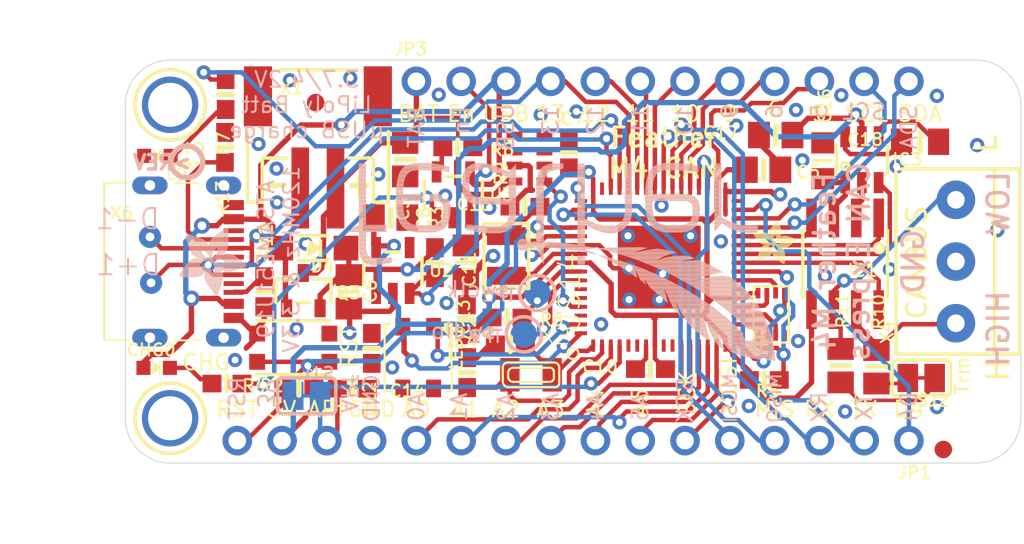
<source format=kicad_pcb>
(kicad_pcb (version 20211014) (generator pcbnew)
  (layers (0 "F.Cu" signal) (31 "B.Cu" signal) (34 "B.Paste" user) (35 "F.Paste" user) (36 "B.SilkS" user "B.Silkscreen") (37 "F.SilkS" user "F.Silkscreen") (38 "B.Mask" user) (39 "F.Mask" user) (44 "Edge.Cuts" user))
  (net 0 "")
  (net 1 "GND")
  (net 2 "MOSI")
  (net 3 "MISO")
  (net 4 "SCK")
  (net 5 "A5")
  (net 6 "A4")
  (net 7 "A3")
  (net 8 "A2")
  (net 9 "A1")
  (net 10 "D11")
  (net 11 "D12")
  (net 12 "+3V3")
  (net 13 "VBUS")
  (net 14 "VBAT")
  (net 15 "N$2")
  (net 16 "AREF")
  (net 17 "D13")
  (net 18 "A0")
  (net 19 "N$1")
  (net 20 "N$3")
  (net 21 "N$4")
  (net 22 "SCL")
  (net 23 "SDA")
  (net 24 "D9")
  (net 25 "D8_NEOPIX")
  (net 26 "D6")
  (net 27 "D5")
  (net 28 "D10")
  (net 29 "D+")
  (net 30 "D-")
  (net 31 "~{RESET}")
  (net 32 "SWCLK")
  (net 33 "SWDIO")
  (net 34 "N$7")
  (net 35 "EN")
  (net 36 "VHI")
  (net 37 "QSPI_DATA[0]")
  (net 38 "QSPI_DATA[1]")
  (net 39 "QSPI_SCK")
  (net 40 "QSPI_CS")
  (net 41 "RX_D0")
  (net 42 "TX_D1")
  (net 43 "V_DIV")
  (net 44 "QSPI_DATA[3]")
  (net 45 "QSPI_DATA[2]")
  (net 46 "VDDCORE1")
  (net 47 "N$11")
  (net 48 "D4")
  (net 49 "CAN1_TX")
  (net 50 "CAN1_RX")
  (net 51 "CAN1_S")
  (net 52 "N$8")
  (net 53 "N$9")
  (net 54 "5.0V")
  (net 55 "CAN_H")
  (net 56 "CAN_L")
  (net 57 "N$13")
  (net 58 "N$6")
  (net 59 "CC1")
  (net 60 "CC2")
  (net 61 "N$10")
  (net 62 "NEO_PWR")
  (net 63 "BOOST_EN")
  (footprint "boardEagle:0603-NO" (layer "F.Cu") (at 152.890306 111.107304 180)
    (fp_text reference "C10")
    (fp_text value "1uF")
  )
  (footprint "boardEagle:SOIC8_150MIL" (layer "F.Cu") (at 163.9316 105.1306 180)
    (fp_text reference "IC1")
    (fp_text value "TCAN1051HGV")
  )
  (footprint "boardEagle:JSTPH2_BATT" (layer "F.Cu") (at 134.0231 97.1296)
    (fp_text reference "X1")
    (fp_text value "JSTPH")
  )
  (footprint "boardEagle:USON8" (layer "F.Cu") (at 159.7406 108.0008 90)
    (fp_text reference "U1")
    (fp_text value "2MB Flash")
  )
  (footprint "boardEagle:1X12_ROUND" (layer "F.Cu") (at 153.5811 94.7801)
    (fp_text reference "JP3")
    (fp_text value "")
  )
  (footprint "boardEagle:0603-NO" (layer "F.Cu") (at 144.9451 109.7026 180)
    (fp_text reference "C4")
    (fp_text value "22pF")
  )
  (footprint "boardEagle:0603-NO" (layer "F.Cu") (at 132.9436 112.1791 180)
    (fp_text reference "R4")
    (fp_text value "10K")
  )
  (footprint "boardEagle:0805-NO" (layer "F.Cu") (at 159.3088 99.7966)
    (fp_text reference "C5")
    (fp_text value "10uF")
  )
  (footprint "boardEagle:0603-NO" (layer "F.Cu") (at 128.8669 111.9251)
    (fp_text reference "R2")
    (fp_text value "10K")
  )
  (footprint "boardEagle:INDUCTOR_1007" (layer "F.Cu") (at 144.7165 104.6861 -90)
    (fp_text reference "L2")
    (fp_text value "10uH")
  )
  (footprint "boardEagle:1X16_ROUND" (layer "F.Cu") (at 148.5011 115.1636 180)
    (fp_text reference "JP1")
    (fp_text value "")
  )
  (footprint "boardEagle:0805_10MGAP" (layer "F.Cu") (at 168.1861 98.2091 180)
    (fp_text reference "C18")
    (fp_text value "1uF")
  )
  (footprint "boardEagle:0603-NO" (layer "F.Cu") (at 137.0838 109.9312 -90)
    (fp_text reference "C12")
    (fp_text value "1uF")
  )
  (footprint "boardEagle:0603-NO" (layer "F.Cu") (at 140.6652 105.0671 90)
    (fp_text reference "R3")
    (fp_text value "10K")
  )
  (footprint "boardEagle:0603-NO" (layer "F.Cu") (at 130.9751 106.7181 90)
    (fp_text reference "R12")
    (fp_text value "5.1K")
  )
  (footprint "boardEagle:0805-NO" (layer "F.Cu") (at 138.1471 102.5121)
    (fp_text reference "C8")
    (fp_text value "10µF")
  )
  (footprint "boardEagle:SOT23-5" (layer "F.Cu") (at 141.7066 101.219)
    (fp_text reference "U3")
    (fp_text value "MCP73831T-2ACI/OT")
  )
  (footprint "boardEagle:ADAFRUIT_2.5MM" (layer "F.Cu") (at 158.7246 105.1306)
    (fp_text reference "U$1" hide)
    (fp_text value "" hide)
  )
  (footprint "" (layer "F.Cu") (at 171.3611 96.1136)
    (fp_text reference "@HOLE0" hide)
    (fp_text value "")
  )
  (footprint "" (layer "F.Cu") (at 171.3611 113.8936)
    (fp_text reference "@HOLE1" hide)
    (fp_text value "")
  )
  (footprint "boardEagle:MOUNTINGHOLE_2.5_PLATED" (layer "F.Cu") (at 125.6411 96.1136 -90)
    (fp_text reference "U$31" hide)
    (fp_text value "MOUNTINGHOLE2.5" hide)
  )
  (footprint "boardEagle:SOD-123" (layer "F.Cu") (at 133.7691 104.2416 180)
    (fp_text reference "D4")
    (fp_text value "MBR540")
  )
  (footprint "boardEagle:0805-NO" (layer "F.Cu") (at 163.6776 110.9091 90)
    (fp_text reference "R11")
    (fp_text value "60 ohm")
  )
  (footprint "boardEagle:CHIPLED_0603_NOOUTLINE" (layer "F.Cu") (at 124.9206 99.0111 90)
    (fp_text reference "L0")
    (fp_text value "RED")
  )
  (footprint "boardEagle:SOT23-6" (layer "F.Cu") (at 164.8841 99.2251)
    (fp_text reference "IC3")
    (fp_text value "AP3602")
  )
  (footprint "boardEagle:0805-NO" (layer "F.Cu") (at 138.9761 99.2251 -90)
    (fp_text reference "C3")
    (fp_text value "10µF")
  )
  (footprint "boardEagle:SOT23-R" (layer "F.Cu") (at 133.1976 106.6546)
    (fp_text reference "Q3")
    (fp_text value "DMG341")
  )
  (footprint "boardEagle:SOLDERJUMPER_CLOSEDWIRE" (layer "F.Cu") (at 168.2496 111.6076 180)
    (fp_text reference "SJ2")
    (fp_text value "")
  )
  (footprint "boardEagle:0603-NO" (layer "F.Cu") (at 128.7907 95.5294 -90)
    (fp_text reference "R7")
    (fp_text value "10K")
  )
  (footprint "boardEagle:USB_C_CUSB31-CFM2AX-01-X" (layer "F.Cu") (at 125.7046 105.0036 -90)
    (fp_text reference "X6")
    (fp_text value "USB Type C")
  )
  (footprint "boardEagle:RESPACK_4X0603_NO" (layer "F.Cu") (at 146.0246 99.1616 90)
    (fp_text reference "R9")
    (fp_text value "100K")
  )
  (footprint "boardEagle:0603-NO" (layer "F.Cu") (at 142.4813 108.3056 90)
    (fp_text reference "C11")
    (fp_text value "1uF")
  )
  (footprint "boardEagle:FIDUCIAL_1MM" (layer "F.Cu") (at 169.5033 115.6646 -90)
    (fp_text reference "U$35" hide)
    (fp_text value "FIDUCIAL_1MM" hide)
  )
  (footprint "boardEagle:0805-NO" (layer "F.Cu") (at 135.7776 106.7231 -90)
    (fp_text reference "C6")
    (fp_text value "10µF")
  )
  (footprint "boardEagle:0603-NO" (layer "F.Cu") (at 141.9606 98.5266)
    (fp_text reference "R8")
    (fp_text value "5.1K")
  )
  (footprint "boardEagle:XTAL3215" (layer "F.Cu") (at 146.1135 111.4298 180)
    (fp_text reference "X2")
    (fp_text value "32.768")
  )
  (footprint "boardEagle:0603-NO" (layer "F.Cu") (at 128.7526 98.5266 -90)
    (fp_text reference "R13")
    (fp_text value "5.1K")
  )
  (footprint "boardEagle:0603-NO" (layer "F.Cu") (at 148.2641 98.8439 90)
    (fp_text reference "C7")
    (fp_text value "1uF")
  )
  (footprint "boardEagle:0603-NO" (layer "F.Cu") (at 145.7706 101.8921 180)
    (fp_text reference "C15")
    (fp_text value "1uF")
  )
  (footprint "boardEagle:0603-NO" (layer "F.Cu") (at 159.3469 111.7219 180)
    (fp_text reference "R5")
    (fp_text value "10K")
  )
  (footprint "boardEagle:PQFN64-1" (layer "F.Cu") (at 153.3906 105.3211 90)
    (fp_text reference "U$14")
    (fp_text value "ATSAMD51J")
  )
  (footprint "boardEagle:FIDUCIAL_1MM" (layer "F.Cu") (at 133.8961 95.9866 -90)
    (fp_text reference "U$34" hide)
    (fp_text value "FIDUCIAL_1MM" hide)
  )
  (footprint "boardEagle:0603-NO" (layer "F.Cu") (at 142.494 111.3028 90)
    (fp_text reference "C2")
    (fp_text value "22pF")
  )
  (footprint "boardEagle:LED3535" (layer "F.Cu") (at 139.7127 110.4519 -90)
    (fp_text reference "LED1")
    (fp_text value "WS2812B3535")
  )
  (footprint "boardEagle:0805-NO" (layer "F.Cu") (at 142.4178 105.0417 -90)
    (fp_text reference "C13")
    (fp_text value "10uF")
  )
  (footprint "boardEagle:CHIPLED_0603_NOOUTLINE" (layer "F.Cu") (at 124.8791 111.0361 -90)
    (fp_text reference "CHG0")
    (fp_text value "ORANGE")
  )
  (footprint "boardEagle:0805-NO" (layer "F.Cu") (at 159.9946 97.8281 180)
    (fp_text reference "C17")
    (fp_text value "10uF")
  )
  (footprint "boardEagle:SOT23-5@1" (layer "F.Cu") (at 138.2776 105.5116)
    (fp_text reference "U2")
    (fp_text value "AP2112-3.3")
  )
  (footprint "boardEagle:BTN_KMR2_4.6X2.8" (layer "F.Cu") (at 132.6261 109.8931 180)
    (fp_text reference "SW1" hide)
    (fp_text value "KMR2" hide)
  )
  (footprint "boardEagle:TERMBLOCK_1X3-3.5MM" (layer "F.Cu") (at 170.2181 105.0036 90)
    (fp_text reference "X4")
    (fp_text value "3.5mm")
  )
  (footprint "boardEagle:MOUNTINGHOLE_2.5_PLATED" (layer "F.Cu") (at 125.6411 113.8936 -90)
    (fp_text reference "U$32" hide)
    (fp_text value "MOUNTINGHOLE2.5" hide)
  )
  (footprint "boardEagle:_0805MP" (layer "F.Cu") (at 162.6616 99.2886 90)
    (fp_text reference "C16")
    (fp_text value "10uF")
  )
  (footprint "boardEagle:0805-NO" (layer "F.Cu") (at 165.7096 110.9726 90)
    (fp_text reference "R10")
    (fp_text value "60 ohm")
  )
  (footprint "boardEagle:0603-NO" (layer "F.Cu") (at 135.9789 112.216007)
    (fp_text reference "C14")
    (fp_text value "1uF")
  )
  (footprint "boardEagle:0603-NO" (layer "F.Cu") (at 144.7546 108.1786)
    (fp_text reference "R6")
    (fp_text value "10K")
  )
  (footprint "boardEagle:ADAFRUIT_3.5MM" (layer "B.Cu") (at 126.1491 103.0986)
    (fp_text reference "U$12" hide)
    (fp_text value "" hide)
  )
  (footprint "boardEagle:B1,27" (layer "B.Cu") (at 124.4981 103.6066 180)
    (fp_text reference "D-1")
    (fp_text value "TPB1,27")
  )
  (footprint "boardEagle:SOLDERJUMPER_CLOSEDWIRE" (layer "B.Cu") (at 133.3881 112.6236 180)
    (fp_text reference "SJ1")
    (fp_text value "")
  )
  (footprint "boardEagle:PCBFEAT-REV-040" (layer "B.Cu") (at 126.5936 99.3521 180)
    (fp_text reference "U$13" hide)
    (fp_text value "" hide)
  )
  (footprint "boardEagle:TESTPOINT_ROUND_1.5MM" (layer "B.Cu") (at 145.7071 109.1311 180)
    (fp_text reference "TP2")
    (fp_text value "")
  )
  (footprint "boardEagle:B1,27" (layer "B.Cu") (at 124.5616 106.2101 180)
    (fp_text reference "D+1")
    (fp_text value "TPB1,27")
  )
  (footprint "boardEagle:FEATHERLOGO" (layer "B.Cu") (at 135.6741 99.3521)
    (fp_text reference "U$9" hide)
    (fp_text value "" hide)
  )
  (footprint "boardEagle:TESTPOINT_ROUND_1.5MM" (layer "B.Cu") (at 146.4691 106.7816 180)
    (fp_text reference "TP1")
    (fp_text value "")
  )
  (gr_line (start 125.6411 116.4336) (end 171.3611 116.4336) (layer "Edge.Cuts") (width 0.05))
  (gr_arc (start 171.3611 93.5736) (mid 173.157151 94.317549) (end 173.9011 96.1136) (layer "Edge.Cuts") (width 0.05))
  (gr_line (start 171.3611 93.5736) (end 125.6411 93.5736) (layer "Edge.Cuts") (width 0.05))
  (gr_arc (start 125.6411 116.4336) (mid 123.845049 115.689651) (end 123.1011 113.8936) (layer "Edge.Cuts") (width 0.05))
  (gr_arc (start 123.1011 96.1136) (mid 123.845049 94.317549) (end 125.6411 93.5736) (layer "Edge.Cuts") (width 0.05))
  (gr_line (start 173.9011 113.8936) (end 173.9011 96.1136) (layer "Edge.Cuts") (width 0.05))
  (gr_line (start 123.1011 96.1136) (end 123.1011 113.8936) (layer "Edge.Cuts") (width 0.05))
  (gr_arc (start 173.9011 113.8936) (mid 173.157151 115.689651) (end 171.3611 116.4336) (layer "Edge.Cuts") (width 0.05))
  (gr_text "A2" (at 144.6911 113.2586 -270) (layer "B.SilkS") (effects (font (size 0.89408 0.89408) (thickness 0.12192)) (justify mirror)))
  (gr_text "swdio" (at 142.2781 108.9406) (layer "B.SilkS") (effects (font (size 0.89408 0.89408) (thickness 0.12192)) (justify mirror)))
  (gr_text "6" (at 159.9311 96.4946 -270) (layer "B.SilkS") (effects (font (size 0.89408 0.89408) (thickness 0.12192)) (justify mirror)))
  (gr_text "SCK" (at 154.8511 112.8776 -270) (layer "B.SilkS") (effects (font (size 0.89408 0.89408) (thickness 0.12192)) (justify mirror)))
  (gr_text "12" (at 149.7711 97.0026 -270) (layer "B.SilkS") (effects (font (size 0.89408 0.89408) (thickness 0.12192)) (justify mirror)))
  (gr_text "11" (at 152.3111 97.0026 -270) (layer "B.SilkS") (effects (font (size 0.89408 0.89408) (thickness 0.12192)) (justify mirror)))
  (gr_text "10" (at 154.8511 97.0026 -270) (layer "B.SilkS") (effects (font (size 0.89408 0.89408) (thickness 0.12192)) (justify mirror)))
  (gr_text "3V" (at 131.0386 112.4966 -90) (layer "B.SilkS") (effects (font (size 0.89408 0.89408) (thickness 0.12192)) (justify mirror)))
  (gr_text "5" (at 162.4711 96.4946 -270) (layer "B.SilkS") (effects (font (size 0.89408 0.89408) (thickness 0.12192)) (justify mirror)))
  (gr_text "A1" (at 142.0241 113.2586 -270) (layer "B.SilkS") (effects (font (size 0.89408 0.89408) (thickness 0.12192)) (justify mirror)))
  (gr_text "GND" (at 167.8051 105.0036 -270) (layer "B.SilkS") (effects (font (size 1.20142 1.20142) (thickness 0.19558)) (justify mirror)))
  (gr_text "BAT" (at 139.6111 97.3836 -270) (layer "B.SilkS") (effects (font (size 0.89408 0.89408) (thickness 0.12192)) (justify mirror)))
  (gr_text "A3" (at 147.2311 113.2586 -270) (layer "B.SilkS") (effects (font (size 0.89408 0.89408) (thickness 0.12192)) (justify mirror)))
  (gr_text "13" (at 147.2311 97.0026 -270) (layer "B.SilkS") (effects (font (size 0.89408 0.89408) (thickness 0.12192)) (justify mirror)))
  (gr_text "9" (at 157.3911 96.4946 -270) (layer "B.SilkS") (effects (font (size 0.89408 0.89408) (thickness 0.12192)) (justify mirror)))
  (gr_text "MISO" (at 159.9311 112.7506 -270) (layer "B.SilkS") (effects (font (size 0.78232 0.78232) (thickness 0.10668)) (justify mirror)))
  (gr_text "ATSAME51J19\n120MHz & 3.3V" (at 131.8006 104.8766 -270) (layer "B.SilkS") (effects (font (size 0.89408 0.89408) (thickness 0.12192)) (justify mirror)))
  (gr_text "LOW" (at 172.6311 101.7016 -270) (layer "B.SilkS") (effects (font (size 1.20142 1.20142) (thickness 0.19558)) (justify mirror)))
  (gr_text "ARf" (at 135.8011 112.4966 -90) (layer "B.SilkS") (effects (font (size 0.89408 0.89408) (thickness 0.12192)) (justify mirror)))
  (gr_text "SDA" (at 167.5511 97.3836 -270) (layer "B.SilkS") (effects (font (size 0.89408 0.89408) (thickness 0.12192)) (justify mirror)))
  (gr_text "USB" (at 144.6911 97.3836 -270) (layer "B.SilkS") (effects (font (size 0.89408 0.89408) (thickness 0.12192)) (justify mirror)))
  (gr_text "A0" (at 139.6111 113.2586 -270) (layer "B.SilkS") (effects (font (size 0.89408 0.89408) (thickness 0.12192)) (justify mirror)))
  (gr_text "MOSI" (at 157.3911 112.7506 -270) (layer "B.SilkS") (effects (font (size 0.78232 0.78232) (thickness 0.10668)) (justify mirror)))
  (gr_text "A5" (at 152.3111 113.2586 -270) (layer "B.SilkS") (effects (font (size 0.89408 0.89408) (thickness 0.12192)) (justify mirror)))
  (gr_text "En" (at 142.1511 97.0026 -270) (layer "B.SilkS") (effects (font (size 0.89408 0.89408) (thickness 0.12192)) (justify mirror)))
  (gr_text "Feather M4\nCAN Express" (at 163.7411 105.0036 -270) (layer "B.SilkS") (effects (font (size 1.20142 1.20142) (thickness 0.19558)) (justify mirror)))
  (gr_text "RST" (at 129.4511 112.7506 -270) (layer "B.SilkS") (effects (font (size 0.89408 0.89408) (thickness 0.12192)) (justify mirror)))
  (gr_text "HIGH" (at 172.6311 108.8136 -270) (layer "B.SilkS") (effects (font (size 1.20142 1.20142) (thickness 0.19558)) (justify mirror)))
  (gr_text "SCL" (at 165.0111 96.4946) (layer "B.SilkS") (effects (font (size 0.89408 0.89408) (thickness 0.12192)) (justify mirror)))
  (gr_text "D4" (at 167.5511 113.2586 -270) (layer "B.SilkS") (effects (font (size 0.89408 0.89408) (thickness 0.12192)) (justify mirror)))
  (gr_text "GND" (at 137.0711 112.7506 -270) (layer "B.SilkS") (effects (font (size 0.89408 0.89408) (thickness 0.12192)) (justify mirror)))
  (gr_text "A4" (at 149.7711 113.2586 -270) (layer "B.SilkS") (effects (font (size 0.89408 0.89408) (thickness 0.12192)) (justify mirror)))
  (gr_text "RX" (at 162.4711 113.2586 -270) (layer "B.SilkS") (effects (font (size 0.89408 0.89408) (thickness 0.12192)) (justify mirror)))
  (gr_text "3.7/4.2V\nLiPoly Batt\nµUSB charge" (at 133.3881 96.1136) (layer "B.SilkS") (effects (font (size 0.89408 0.89408) (thickness 0.12192)) (justify mirror)))
  (gr_text "TX" (at 165.0111 113.2586 -270) (layer "B.SilkS") (effects (font (size 0.89408 0.89408) (thickness 0.12192)) (justify mirror)))
  (gr_text "swclk" (at 143.1036 106.5911) (layer "B.SilkS") (effects (font (size 0.89408 0.89408) (thickness 0.12192)) (justify mirror)))
  (gr_text "6" (at 159.9311 96.3676) (layer "F.SilkS") (effects (font (size 0.89408 0.89408) (thickness 0.12192))))
  (gr_text "D4" (at 167.5511 113.3856) (layer "F.SilkS") (effects (font (size 0.89408 0.89408) (thickness 0.12192))))
  (gr_text "A5" (at 152.3111 113.0046 90) (layer "F.SilkS") (effects (font (size 0.89408 0.89408) (thickness 0.12192))))
  (gr_text "GND" (at 137.0711 113.3856) (layer "F.SilkS") (effects (font (size 0.89408 0.89408) (thickness 0.12192))))
  (gr_text "ARf" (at 134.5311 113.3856) (layer "F.SilkS") (effects (font (size 0.89408 0.89408) (thickness 0.12192))))
  (gr_text "11" (at 152.3111 96.6216) (layer "F.SilkS") (effects (font (size 0.89408 0.89408) (thickness 0.12192))))
  (gr_text "SDA" (at 168.1861 96.6216) (layer "F.SilkS") (effects (font (size 0.89408 0.89408) (thickness 0.12192))))
  (gr_text "SCL" (at 165.1381 96.6216) (layer "F.SilkS") (effects (font (size 0.89408 0.89408) (thickness 0.12192))))
  (gr_text "A0" (at 139.6111 113.3856) (layer "F.SilkS") (effects (font (size 0.89408 0.89408) (thickness 0.12192))))
  (gr_text "CANBUS" (at 167.9956 105.0671 90) (layer "F.SilkS") (effects (font (size 1.0922 1.0922) (thickness 0.1778))))
  (gr_text "5" (at 162.4711 96.6216) (layer "F.SilkS") (effects (font (size 0.89408 0.89408) (thickness 0.12192))))
  (gr_text "CHG" (at 127.6731 110.7186) (layer "F.SilkS") (effects (font (size 0.89408 0.89408) (thickness 0.12192))))
  (gr_text "MOSI" (at 157.3276 112.0521 90) (layer "F.SilkS") (effects (font (size 0.89408 0.89408) (thickness 0.12192))))
  (gr_text "A3" (at 147.2311 113.3856) (layer "F.SilkS") (effects (font (size 0.89408 0.89408) (thickness 0.12192))))
  (gr_text "Feather\nM4 CAN" (at 153.6446 98.8441) (layer "F.SilkS") (effects (font (size 1.0922 1.0922) (thickness 0.1778))))
  (gr_text "SCK" (at 154.9781 112.4966 90) (layer "F.SilkS") (effects (font (size 0.89408 0.89408) (thickness 0.12192))))
  (gr_text "RX" (at 162.4711 113.3856) (layer "F.SilkS") (effects (font (size 0.89408 0.89408) (thickness 0.12192))))
  (gr_text "BAT" (at 139.7381 96.6216) (layer "F.SilkS") (effects (font (size 0.89408 0.89408) (thickness 0.12192))))
  (gr_text "A2" (at 144.6911 113.3856) (layer "F.SilkS") (effects (font (size 0.89408 0.89408) (thickness 0.12192))))
  (gr_text "USB" (at 144.6911 96.6216) (layer "F.SilkS") (effects (font (size 0.89408 0.89408) (thickness 0.12192))))
  (gr_text "3V" (at 131.9911 113.3856) (layer "F.SilkS") (effects (font (size 0.89408 0.89408) (thickness 0.12192))))
  (gr_text "L" (at 172.6311 98.9711 90) (layer "F.SilkS") (effects (font (size 1.223264 1.223264) (thickness 0.199136)) (justify left bottom)))
  (gr_text "A1" (at 142.4051 113.3856) (layer "F.SilkS") (effects (font (size 0.89408 0.89408) (thickness 0.12192))))
  (gr_text "RST" (at 129.4511 113.3856) (layer "F.SilkS") (effects (font (size 0.89408 0.89408) (thickness 0.12192))))
  (gr_text "TX" (at 165.0111 113.3856) (layer "F.SilkS") (effects (font (size 0.89408 0.89408) (thickness 0.12192))))
  (gr_text "H" (at 173.3296 111.9251 90) (layer "F.SilkS") (effects (font (size 1.223264 1.223264) (thickness 0.199136)) (justify left bottom)))
  (gr_text "MIS" (at 159.9311 113.3856) (layer "F.SilkS") (effects (font (size 0.89408 0.89408) (thickness 0.12192))))
  (gr_text "9" (at 157.3911 96.6216) (layer "F.SilkS") (effects (font (size 0.89408 0.89408) (thickness 0.12192))))
  (gr_text "En" (at 142.1511 96.6216) (layer "F.SilkS") (effects (font (size 0.89408 0.89408) (thickness 0.12192))))
  (gr_text "A4" (at 149.7711 113.0046 90) (layer "F.SilkS") (effects (font (size 0.89408 0.89408) (thickness 0.12192))))
  (gr_text "13" (at 127.1016 98.9711 90) (layer "F.SilkS") (effects (font (size 0.89408 0.89408) (thickness 0.12192))))
  (gr_text "10" (at 154.8511 96.6216) (layer "F.SilkS") (effects (font (size 0.89408 0.89408) (thickness 0.12192))))
  (gr_text "13" (at 147.2311 96.6216) (layer "F.SilkS") (effects (font (size 0.89408 0.89408) (thickness 0.12192))))
  (gr_text "RST" (at 135.8011 109.855 90) (layer "F.SilkS") (effects (font (size 0.89408 0.89408) (thickness 0.12192))))
  (gr_text "Trm" (at 170.5991 111.4806 90) (layer "F.SilkS") (effects (font (size 0.78232 0.78232) (thickness 0.10668))))
  (gr_text "12" (at 149.7711 96.6216) (layer "F.SilkS") (effects (font (size 0.89408 0.89408) (thickness 0.12192))))
  (segment (start 164.8841 100.5251) (end 164.8841 101.5111) (width 0.3048) (layer "F.Cu") (net 1))
  (segment (start 130.5761 109.0931) (end 130.5761 109.2959) (width 0.3048) (layer "F.Cu") (net 1))
  (segment (start 130.4136 108.9306) (end 130.5761 109.0931) (width 0.3048) (layer "F.Cu") (net 1))
  (segment (start 157.1406 102.060982) (end 157.1486 102.068982) (width 0.254) (layer "F.Cu") (net 1))
  (segment (start 138.0871 107.8277) (end 135.898 107.8277) (width 0.3048) (layer "F.Cu") (net 1))
  (segment (start 157.1406 100.8711) (end 157.1406 102.060982) (width 0.254) (layer "F.Cu") (net 1))
  (segment (start 164.8841 101.5111) (end 164.5666 101.8286) (width 0.3048) (layer "F.Cu") (net 1))
  (segment (start 143.0519 110.4528) (end 143.8021 109.7026) (width 0.3048) (layer "F.Cu") (net 1))
  (segment (start 159.737406 101.036) (end 159.895006 101.1936) (width 0.3048) (layer "F.Cu") (net 1))
  (segment (start 146.1516 104.6226) (end 146.6215 104.6226) (width 0.254) (layer "F.Cu") (net 1))
  (segment (start 159.0446 98.2726) (end 159.0446 97.8281) (width 0.3048) (layer "F.Cu") (net 1))
  (segment (start 129.5596 108.2036) (end 130.3501 108.9941) (width 0.3048) (layer "F.Cu") (net 1))
  (segment (start 130.4136 108.9306) (end 130.3501 108.9941) (width 0.3048) (layer "F.Cu") (net 1))
  (segment (start 144.9206 101.8921) (end 145.7705 101.0422) (width 0.3048) (layer "F.Cu") (net 1))
  (segment (start 159.737406 101.036) (end 157.3055 101.036) (width 0.3048) (layer "F.Cu") (net 1))
  (segment (start 143.7132 104.6861) (end 143.1798 105.2195) (width 0.3048) (layer "F.Cu") (net 1))
  (segment (start 164.5666 101.8286) (end 164.5666 102.5306) (width 0.3048) (layer "F.Cu") (net 1))
  (segment (start 152.6406 109.7711) (end 152.6406 110.50701) (width 0.254) (layer "F.Cu") (net 1))
  (segment (start 142.4813 107.4556) (end 142.4178 107.3921) (width 0.3048) (layer "F.Cu") (net 1))
  (segment (start 130.9751 108.3691) (end 130.4136 108.9306) (width 0.3048) (layer "F.Cu") (net 1))
  (segment (start 143.1798 105.2195) (end 143.1798 105.4075) (width 0.3048) (layer "F.Cu") (net 1))
  (segment (start 157.1406 100.8711) (end 157.3055 101.036) (width 0.2032) (layer "F.Cu") (net 1))
  (segment (start 147.1676 104.0765) (end 149.987 104.0765) (width 0.254) (layer "F.Cu") (net 1))
  (segment (start 152.6406 110.50701) (end 152.040306 111.107304) (width 0.254) (layer "F.Cu") (net 1))
  (segment (start 157.1486 102.068982) (end 157.1486 102.3366) (width 0.254) (layer "F.Cu") (net 1))
  (segment (start 146.069 99.6696) (end 145.961 99.5616) (width 0.3048) (layer "F.Cu") (net 1))
  (segment (start 142.5956 105.9917) (end 142.4178 105.9917) (width 0.3048) (layer "F.Cu") (net 1))
  (segment (start 150.5966 104.6861) (end 150.5966 105.1941) (width 0.254) (layer "F.Cu") (net 1))
  (segment (start 143.1798 105.4075) (end 142.5956 105.9917) (width 0.3048) (layer "F.Cu") (net 1))
  (segment (start 146.069 100.833894) (end 146.069 99.6696) (width 0.3048) (layer "F.Cu") (net 1))
  (segment (start 146.6215 104.6226) (end 147.1676 104.0765) (width 0.254) (layer "F.Cu") (net 1))
  (segment (start 145.854296 100.959797) (end 146.194903 100.959797) (width 0.3048) (layer "F.Cu") (net 1))
  (segment (start 145.771893 101.0422) (end 145.854296 100.959797) (width 0.3048) (layer "F.Cu") (net 1))
  (segment (start 159.895006 101.1936) (end 160.2486 101.1936) (width 0.3048) (layer "F.Cu") (net 1))
  (segment (start 145.7705 101.0422) (end 145.771893 101.0422) (width 0.3048) (layer "F.Cu") (net 1))
  (segment (start 146.194903 100.959797) (end 146.069 100.833894) (width 0.3048) (layer "F.Cu") (net 1))
  (segment (start 143.8021 109.7026) (end 144.0951 109.7026) (width 0.3048) (layer "F.Cu") (net 1))
  (segment (start 149.987 104.0765) (end 150.5966 104.6861) (width 0.254) (layer "F.Cu") (net 1))
  (segment (start 145.961 99.5616) (end 145.1746 99.5616) (width 0.3048) (layer "F.Cu") (net 1))
  (segment (start 135.898 107.8277) (end 135.8265 107.8992) (width 0.3048) (layer "F.Cu") (net 1))
  (segment (start 143.9672 104.6861) (end 143.7132 104.6861) (width 0.3048) (layer "F.Cu") (net 1))
  (segment (start 160.2588 99.7966) (end 160.2588 99.4868) (width 0.3048) (layer "F.Cu") (net 1))
  (segment (start 160.2588 99.4868) (end 159.0446 98.2726) (width 0.3048) (layer "F.Cu") (net 1))
  (segment (start 130.5761 109.2959) (end 129.9591 109.9129) (width 0.3048) (layer "F.Cu") (net 1))
  (segment (start 129.2496 108.2036) (end 129.5596 108.2036) (width 0.3048) (layer "F.Cu") (net 1))
  (segment (start 142.4178 105.9917) (end 142.4178 107.3921) (width 0.3048) (layer "F.Cu") (net 1))
  (segment (start 130.9751 107.5681) (end 130.9751 108.3691) (width 0.3048) (layer "F.Cu") (net 1))
  (segment (start 150.5966 105.1941) (end 150.7871 105.3846) (width 0.254) (layer "F.Cu") (net 1))
  (segment (start 135.8265 109.0422) (end 135.8265 107.8992) (width 0.3048) (layer "F.Cu") (net 1))
  (segment (start 142.494 110.4528) (end 143.0519 110.4528) (width 0.3048) (layer "F.Cu") (net 1))
  (segment (start 138.2776 106.8117) (end 138.2776 107.6372) (width 0.3048) (layer "F.Cu") (net 1))
  (segment (start 138.2776 107.6372) (end 138.0871 107.8277) (width 0.3048) (layer "F.Cu") (net 1))
  (segment (start 150.7871 105.3846) (end 151.6761 105.3846) (width 0.254) (layer "F.Cu") (net 1))
  (via (at 169.1386 113.2586) (size 0.8064) (drill 0.4) (layers "F.Cu" "B.Cu") (net 1))
  (via (at 135.8646 94.5896) (size 0.8001) (drill 0.3937) (layers "F.Cu" "B.Cu") (net 1))
  (via (at 157.7594 97.2947) (size 0.8064) (drill 0.4) (layers "F.Cu" "B.Cu") (net 1))
  (via (at 150.0886 108.5596) (size 0.8064) (drill 0.4) (layers "F.Cu" "B.Cu") (net 1))
  (via (at 146.1516 104.6226) (size 0.8064) (drill 0.4) (layers "F.Cu" "B.Cu") (net 1))
  (via (at 158.4706 113.1951) (size 0.8064) (drill 0.4) (layers "F.Cu" "B.Cu") (net 1))
  (via (at 153.5176 101.8286) (size 0.8064) (drill 0.4) (layers "F.Cu" "B.Cu") (net 1))
  (via (at 156.8831 103.8606) (size 0.8064) (drill 0.4) (layers "F.Cu" "B.Cu") (net 1))
  (via (at 141.3256 107.3531) (size 0.8001) (drill 0.3937) (layers "F.Cu" "B.Cu") (net 1))
  (via (at 160.2486 101.1936) (size 0.8064) (drill 0.4) (layers "F.Cu" "B.Cu") (net 1))
  (via (at 151.6761 107.1626) (size 0.8064) (drill 0.4) (layers "F.Cu" "B.Cu") (net 1))
  (via (at 129.3241 110.5916) (size 0.8001) (drill 0.3937) (layers "F.Cu" "B.Cu") (net 1))
  (via (at 161.5059 99.2632) (size 0.8064) (drill 0.4) (layers "F.Cu" "B.Cu") (net 1))
  (via (at 151.6761 105.3846) (size 0.8064) (drill 0.4) (layers "F.Cu" "B.Cu") (net 1))
  (via (at 169.1386 95.6056) (size 0.8064) (drill 0.4) (layers "F.Cu" "B.Cu") (net 1))
  (via (at 153.5811 105.7021) (size 0.8064) (drill 0.4) (layers "F.Cu" "B.Cu") (net 1))
  (via (at 131.6736 99.7331) (size 0.8001) (drill 0.3937) (layers "F.Cu" "B.Cu") (net 1))
  (via (at 163.7157 95.5675) (size 0.8064) (drill 0.4) (layers "F.Cu" "B.Cu") (net 1))
  (via (at 143.7513 101.9556) (size 0.8001) (drill 0.3937) (layers "F.Cu" "B.Cu") (net 1))
  (via (at 166.8526 99.6061) (size 0.8064) (drill 0.4) (layers "F.Cu" "B.Cu") (net 1))
  (via (at 132.8166 108.8136) (size 0.8001) (drill 0.3937) (layers "F.Cu" "B.Cu") (net 1))
  (via (at 130.6576 98.3361) (size 0.8001) (drill 0.3937) (layers "F.Cu" "B.Cu") (net 1))
  (via (at 146.6596 96.6851) (size 0.8001) (drill 0.3937) (layers "F.Cu" "B.Cu") (net 1))
  (via (at 171.4246 98.3996) (size 0.8064) (drill 0.4) (layers "F.Cu" "B.Cu") (net 1))
  (via (at 172.5676 103.2256) (size 0.8064) (drill 0.4) (layers "F.Cu" "B.Cu") (net 1))
  (via (at 141.2494 101.2698) (size 0.8001) (drill 0.3937) (layers "F.Cu" "B.Cu") (net 1))
  (via (at 131.7117 101.6508) (size 0.8001) (drill 0.3937) (layers "F.Cu" "B.Cu") (net 1))
  (via (at 166.4716 105.4481) (size 0.8064) (drill 0.4) (layers "F.Cu" "B.Cu") (net 1))
  (via (at 155.1686 103.5431) (size 0.8064) (drill 0.4) (layers "F.Cu" "B.Cu") (net 1))
  (via (at 148.6916 96.4946) (size 0.8064) (drill 0.4) (layers "F.Cu" "B.Cu") (net 1))
  (via (at 161.1503 96.4057) (size 0.8064) (drill 0.4) (layers "F.Cu" "B.Cu") (net 1))
  (via (at 151.6126 103.5431) (size 0.8064) (drill 0.4) (layers "F.Cu" "B.Cu") (net 1))
  (via (at 133.3246 103.9876) (size 0.8001) (drill 0.3937) (layers "F.Cu" "B.Cu") (net 1))
  (via (at 138.2395 111.0107) (size 0.8001) (drill 0.3937) (layers "F.Cu" "B.Cu") (net 1))
  (via (at 162.7886 105.8291) (size 0.8064) (drill 0.4) (layers "F.Cu" "B.Cu") (net 1))
  (via (at 135.8265 109.0422) (size 0.8001) (drill 0.3937) (layers "F.Cu" "B.Cu") (net 1))
  (via (at 143.9672 104.6861) (size 0.8064) (drill 0.4) (layers "F.Cu" "B.Cu") (net 1))
  (via (at 132.4356 94.7166) (size 0.8001) (drill 0.3937) (layers "F.Cu" "B.Cu") (net 1))
  (via (at 163.9316 113.5126) (size 0.8064) (drill 0.4) (layers "F.Cu" "B.Cu") (net 1))
  (via (at 140.8811 95.5421) (size 0.8001) (drill 0.3937) (layers "F.Cu" "B.Cu") (net 1))
  (via (at 161.2646 109.5121) (size 0.8064) (drill 0.4) (layers "F.Cu" "B.Cu") (net 1))
  (via (at 137.4521 100.0506) (size 0.8001) (drill 0.3937) (layers "F.Cu" "B.Cu") (net 1))
  (via (at 153.3906 107.1626) (size 0.8064) (drill 0.4) (layers "F.Cu" "B.Cu") (net 1))
  (segment (start 147.946521 102.346016) (end 148.238709 102.346016) (width 0.254) (layer "F.Cu") (net 2))
  (segment (start 148.513625 102.0711) (end 148.9406 102.0711) (width 0.254) (layer "F.Cu") (net 2))
  (segment (start 148.238709 102.346016) (end 148.513625 102.0711) (width 0.254) (layer "F.Cu") (net 2))
  (via (at 147.946521 102.346016) (size 0.8064) (drill 0.4) (layers "F.Cu" "B.Cu") (net 2))
  (segment (start 157.3911 114.9731) (end 154.62885 112.21085) (width 0.254) (layer "B.Cu") (net 2))
  (segment (start 154.597112 112.161744) (end 154.62885 112.193482) (width 0.254) (layer "B.Cu") (net 2))
  (segment (start 157.3911 114.9731) (end 157.3911 115.1636) (width 0.254) (layer "B.Cu") (net 2))
  (segment (start 147.946521 102.346016) (end 152.003015 102.346016) (width 0.254) (layer "B.Cu") (net 2))
  (segment (start 154.62885 112.193482) (end 154.62885 112.21085) (width 0.254) (layer "B.Cu") (net 2))
  (segment (start 154.597096 104.9401) (end 154.597112 104.940116) (width 0.254) (layer "B.Cu") (net 2))
  (segment (start 154.597112 104.940116) (end 154.597112 112.161744) (width 0.254) (layer "B.Cu") (net 2))
  (segment (start 152.003015 102.346016) (end 154.597096 104.9401) (width 0.254) (layer "B.Cu") (net 2))
  (segment (start 148.7551 101.3856) (end 148.7551 100.8378) (width 0.254) (layer "F.Cu") (net 3))
  (segment (start 148.9406 101.5711) (end 148.7551 101.3856) (width 0.254) (layer "F.Cu") (net 3))
  (via (at 148.7551 100.8378) (size 0.8064) (drill 0.4) (layers "F.Cu" "B.Cu") (net 3))
  (segment (start 159.043468 115.1636) (end 159.9311 115.1636) (width 0.254) (layer "B.Cu") (net 3))
  (segment (start 152.202918 101.86341) (end 155.079709 104.740197) (width 0.254) (layer "B.Cu") (net 3))
  (segment (start 148.7551 101.4728) (end 149.145709 101.86341) (width 0.254) (layer "B.Cu") (net 3))
  (segment (start 157.113065 113.9952) (end 157.875068 113.9952) (width 0.254) (layer "B.Cu") (net 3))
  (segment (start 148.7551 100.8378) (end 148.7551 101.4728) (width 0.254) (layer "B.Cu") (net 3))
  (segment (start 155.079709 111.961844) (end 157.113065 113.9952) (width 0.254) (layer "B.Cu") (net 3))
  (segment (start 157.875068 113.9952) (end 159.043468 115.1636) (width 0.254) (layer "B.Cu") (net 3))
  (segment (start 155.079709 104.740197) (end 155.079709 111.961844) (width 0.254) (layer "B.Cu") (net 3))
  (segment (start 149.145709 101.86341) (end 152.202918 101.86341) (width 0.254) (layer "B.Cu") (net 3))
  (segment (start 157.1356 112.9426) (end 154.9146 115.1636) (width 0.254) (layer "F.Cu") (net 4))
  (segment (start 157.1356 112.9426) (end 157.2736 112.9426) (width 0.254) (layer "F.Cu") (net 4))
  (segment (start 155.6406 99.649) (end 155.9375 99.3521) (width 0.254) (layer "F.Cu") (net 4))
  (segment (start 154.8511 115.1636) (end 154.9146 115.1636) (width 0.254) (layer "F.Cu") (net 4))
  (segment (start 155.6406 100.8711) (end 155.6406 99.649) (width 0.254) (layer "F.Cu") (net 4))
  (via (at 155.9375 99.3521) (size 0.8064) (drill 0.4) (layers "F.Cu" "B.Cu") (net 4))
  (via (at 157.2736 112.9426) (size 0.8064) (drill 0.4) (layers "F.Cu" "B.Cu") (net 4))
  (segment (start 155.9375 99.3521) (end 156.105106 99.519707) (width 0.254) (layer "B.Cu") (net 4))
  (segment (start 156.105106 104.257594) (end 155.562312 104.800388) (width 0.254) (layer "B.Cu") (net 4))
  (segment (start 156.105106 99.519707) (end 156.105106 104.257594) (width 0.254) (layer "B.Cu") (net 4))
  (segment (start 155.562312 111.231313) (end 157.2736 112.9426) (width 0.254) (layer "B.Cu") (net 4))
  (segment (start 155.562312 104.800388) (end 155.562312 111.231313) (width 0.254) (layer "B.Cu") (net 4))
  (segment (start 155.214181 113.9949) (end 153.0096 113.9949) (width 0.254) (layer "F.Cu") (net 5))
  (segment (start 153.0096 113.9949) (end 152.3111 114.6934) (width 0.254) (layer "F.Cu") (net 5))
  (segment (start 152.3111 114.6934) (end 152.3111 115.1636) (width 0.254) (layer "F.Cu") (net 5))
  (segment (start 156.6406 109.7711) (end 156.6406 112.568482) (width 0.254) (layer "F.Cu") (net 5))
  (segment (start 156.6406 112.568482) (end 155.214181 113.9949) (width 0.254) (layer "F.Cu") (net 5))
  (segment (start 155.6406 112.139982) (end 154.814381 112.9662) (width 0.254) (layer "F.Cu") (net 6))
  (segment (start 155.6406 109.7711) (end 155.6406 112.139982) (width 0.254) (layer "F.Cu") (net 6))
  (segment (start 149.98535 114.94935) (end 149.7711 115.1636) (width 0.254) (layer "F.Cu") (net 6))
  (segment (start 154.814381 112.9662) (end 151.252212 112.9662) (width 0.254) (layer "F.Cu") (net 6))
  (segment (start 149.98535 114.233063) (end 149.98535 114.94935) (width 0.254) (layer "F.Cu") (net 6))
  (segment (start 151.252212 112.9662) (end 149.98535 114.233063) (width 0.254) (layer "F.Cu") (net 6))
  (segment (start 147.9931 114.4016) (end 148.880731 114.4016) (width 0.254) (layer "F.Cu") (net 7))
  (segment (start 147.2311 115.1636) (end 147.9931 114.4016) (width 0.254) (layer "F.Cu") (net 7))
  (segment (start 150.798731 112.4836) (end 154.614481 112.4836) (width 0.254) (layer "F.Cu") (net 7))
  (segment (start 148.880731 114.4016) (end 150.798731 112.4836) (width 0.254) (layer "F.Cu") (net 7))
  (segment (start 155.1406 109.7711) (end 155.1406 111.957482) (width 0.254) (layer "F.Cu") (net 7))
  (segment (start 154.614481 112.4836) (end 155.1406 111.957482) (width 0.254) (layer "F.Cu") (net 7))
  (segment (start 145.5166 115.1636) (end 144.6911 115.1636) (width 0.254) (layer "F.Cu") (net 8))
  (segment (start 154.6406 109.7711) (end 154.6406 111.774982) (width 0.254) (layer "F.Cu") (net 8))
  (segment (start 150.598831 112.001) (end 148.706231 113.8936) (width 0.254) (layer "F.Cu") (net 8))
  (segment (start 146.7866 113.8936) (end 145.5166 115.1636) (width 0.254) (layer "F.Cu") (net 8))
  (segment (start 154.6406 111.774982) (end 154.414581 112.001) (width 0.254) (layer "F.Cu") (net 8))
  (segment (start 154.414581 112.001) (end 150.598831 112.001) (width 0.254) (layer "F.Cu") (net 8))
  (segment (start 148.706231 113.8936) (end 146.7866 113.8936) (width 0.254) (layer "F.Cu") (net 8))
  (segment (start 151.1332 113.912) (end 151.1332 114.124188) (width 0.254) (layer "F.Cu") (net 9))
  (segment (start 151.5329 113.5123) (end 151.1332 113.912) (width 0.254) (layer "F.Cu") (net 9))
  (segment (start 155.014281 113.5123) (end 151.5329 113.5123) (width 0.254) (layer "F.Cu") (net 9))
  (segment (start 156.1406 109.7711) (end 156.1406 112.385982) (width 0.254) (layer "F.Cu") (net 9))
  (segment (start 156.1406 112.385982) (end 155.014281 113.5123) (width 0.254) (layer "F.Cu") (net 9))
  (via (at 151.1332 114.124188) (size 0.8064) (drill 0.4) (layers "F.Cu" "B.Cu") (net 9))
  (segment (start 150.839112 113.8301) (end 151.1332 114.124188) (width 0.254) (layer "B.Cu") (net 9))
  (segment (start 142.5321 115.1636) (end 142.1511 115.1636) (width 0.254) (layer "B.Cu") (net 9))
  (segment (start 143.8656 113.8301) (end 150.839112 113.8301) (width 0.254) (layer "B.Cu") (net 9))
  (segment (start 142.5321 115.1636) (end 143.8656 113.8301) (width 0.254) (layer "B.Cu") (net 9))
  (segment (start 152.4381 94.7801) (end 152.6406 94.9826) (width 0.3048) (layer "F.Cu") (net 10))
  (segment (start 152.6406 94.9826) (end 152.6406 100.8711) (width 0.254) (layer "F.Cu") (net 10))
  (segment (start 152.3111 94.7801) (end 152.4381 94.7801) (width 0.3048) (layer "F.Cu") (net 10))
  (segment (start 150.6441 94.7801) (end 149.7711 94.7801) (width 0.254) (layer "F.Cu") (net 11))
  (segment (start 152.1406 96.2766) (end 150.6441 94.7801) (width 0.254) (layer "F.Cu") (net 11))
  (segment (start 152.1406 100.8711) (end 152.1406 96.2766) (width 0.254) (layer "F.Cu") (net 11))
  (segment (start 161.1376 112.7506) (end 159.3596 112.7506) (width 0.3048) (layer "F.Cu") (net 12))
  (segment (start 148.4938 99.9236) (end 149.3901 99.9236) (width 0.3048) (layer "F.Cu") (net 12))
  (segment (start 152.9461 108.0516) (end 153.148606 108.254107) (width 0.3048) (layer "F.Cu") (net 12))
  (segment (start 158.5554 106.8008) (end 158.2851 107.0711) (width 0.254) (layer "F.Cu") (net 12))
  (segment (start 162.0266 111.8616) (end 161.1376 112.7506) (width 0.3048) (layer "F.Cu") (net 12))
  (segment (start 156.6406 100.8711) (end 156.6406 102.279407) (width 0.254) (layer "F.Cu") (net 12))
  (segment (start 156.6406 100.8711) (end 156.6406 100.4201) (width 0.254) (layer "F.Cu") (net 12))
  (segment (start 153.1406 109.7711) (end 153.1406 110.507597) (width 0.254) (layer "F.Cu") (net 12))
  (segment (start 150.9141 108.0516) (end 152.9461 108.0516) (width 0.3048) (layer "F.Cu") (net 12))
  (segment (start 157.5851 110.302097) (end 157.559696 110.302097) (width 0.3048) (layer "F.Cu") (net 12))
  (segment (start 142.4813 109.1556) (end 142.6083 109.1556) (width 0.3048) (layer "F.Cu") (net 12))
  (segment (start 156.4031 107.0711) (end 156.0962 107.378) (width 0.3048) (layer "F.Cu") (net 12))
  (segment (start 153.1406 108.262113) (end 153.148606 108.254107) (width 0.3048) (layer "F.Cu") (net 12))
  (segment (start 143.5853 108.1786) (end 142.6083 109.1556) (width 0.3048) (layer "F.Cu") (net 12))
  (segment (start 158.2851 107.0711) (end 157.8406 107.0711) (width 0.254) (layer "F.Cu") (net 12))
  (segment (start 157.1406 109.329207) (end 155.862993 108.0516) (width 0.254) (layer "F.Cu") (net 12))
  (segment (start 158.4969 111.2393) (end 158.4969 111.7219) (width 0.3048) (layer "F.Cu") (net 12))
  (segment (start 137.3276 104.2115) (end 137.1971 104.081) (width 0.3048) (layer "F.Cu") (net 12))
  (segment (start 143.9046 108.1786) (end 143.5853 108.1786) (width 0.3048) (layer "F.Cu") (net 12))
  (segment (start 155.86299 102.5906) (end 156.0962 102.823807) (width 0.3048) (layer "F.Cu") (net 12))
  (segment (start 162.0266 107.7306) (end 162.0266 111.8616) (width 0.3048) (layer "F.Cu") (net 12))
  (segment (start 143.9291 107.0356) (end 143.7386 107.0356) (width 0.3048) (layer "F.Cu") (net 12))
  (segment (start 149.6462 102.2117) (end 150.0251 102.5906) (width 0.3048) (layer "F.Cu") (net 12))
  (segment (start 156.0962 107.378) (end 156.0962 107.818394) (width 0.3048) (layer "F.Cu") (net 12))
  (segment (start 155.862993 108.0516) (end 152.9461 108.0516) (width 0.3048) (layer "F.Cu") (net 12))
  (segment (start 156.6406 100.4201) (end 157.2641 99.7966) (width 0.254) (layer "F.Cu") (net 12))
  (segment (start 158.4969 111.8879) (end 158.4969 111.7219) (width 0.3048) (layer "F.Cu") (net 12))
  (segment (start 149.6406 100.8711) (end 149.6406 100.3011) (width 0.254) (layer "F.Cu") (net 12))
  (segment (start 158.9906 106.8008) (end 158.5554 106.8008) (width 0.254) (layer "F.Cu") (net 12))
  (segment (start 158.4969 111.2393) (end 157.559696 110.302097) (width 0.3048) (layer "F.Cu") (net 12))
  (segment (start 143.9418 107.0229) (end 143.9291 107.0356) (width 0.3048) (layer "F.Cu") (net 12))
  (segment (start 156.0962 102.823807) (end 156.0962 107.378) (width 0.3048) (layer "F.Cu") (net 12))
  (segment (start 153.1406 109.7711) (end 153.1406 108.262113) (width 0.254) (layer "F.Cu") (net 12))
  (segment (start 156.0962 107.818394) (end 155.862993 108.0516) (width 0.3048) (layer "F.Cu") (net 12))
  (segment (start 149.6406 101.308207) (end 149.6462 101.313807) (width 0.254) (layer "F.Cu") (net 12))
  (segment (start 137.1971 104.081) (end 137.1971 102.5121) (width 0.3048) (layer "F.Cu") (net 12))
  (segment (start 143.9046 108.1786) (end 143.7386 108.0126) (width 0.3048) (layer "F.Cu") (net 12))
  (segment (start 150.6601 107.7976) (end 150.9141 108.0516) (width 0.3048) (layer "F.Cu") (net 12))
  (segment (start 150.0251 102.5906) (end 155.86299 102.5906) (width 0.3048) (layer "F.Cu") (net 12))
  (segment (start 137.4245 104.1146) (end 138.3411 104.1146) (width 0.3048) (layer "F.Cu") (net 12))
  (segment (start 153.1406 110.507597) (end 153.740306 111.107304) (width 0.254) (layer "F.Cu") (net 12))
  (segment (start 158.3588 99.7966) (end 157.2641 99.7966) (width 0.3048) (layer "F.Cu") (net 12))
  (segment (start 133.7936 112.1791) (end 133.7936 113.3611) (width 0.3048) (layer "F.Cu") (net 12))
  (segment (start 156.6406 102.279407) (end 156.0962 102.823807) (width 0.3048) (layer "F.Cu") (net 12))
  (segment (start 159.3596 112.7506) (end 158.4969 111.8879) (width 0.3048) (layer "F.Cu") (net 12))
  (segment (start 149.6462 101.313807) (end 149.6462 102.2117) (width 0.254) (layer "F.Cu") (net 12))
  (segment (start 148.9406 105.0711) (end 149.4576 105.0711) (width 0.254) (layer "F.Cu") (net 12))
  (segment (start 137.3276 104.2115) (end 137.4245 104.1146) (width 0.3048) (layer "F.Cu") (net 12))
  (segment (start 148.9406 105.0711) (end 147.564187 105.0711) (width 0.254) (layer "F.Cu") (net 12))
  (segment (start 149.6406 100.3011) (end 149.3901 100.0506) (width 0.254) (layer "F.Cu") (net 12))
  (segment (start 150.6601 106.2736) (end 150.6601 107.7976) (width 0.3048) (layer "F.Cu") (net 12))
  (segment (start 157.5851 110.2156) (end 157.5851 110.302097) (width 0.254) (layer "F.Cu") (net 12))
  (segment (start 145.612387 107.0229) (end 143.9418 107.0229) (width 0.3048) (layer "F.Cu") (net 12))
  (segment (start 147.564187 105.0711) (end 145.612387 107.0229) (width 0.254) (layer "F.Cu") (net 12))
  (segment (start 157.1406 109.7711) (end 157.5851 110.2156) (width 0.254) (layer "F.Cu") (net 12))
  (segment (start 149.4576 105.0711) (end 150.6601 106.2736) (width 0.3048) (layer "F.Cu") (net 12))
  (segment (start 143.7386 107.0356) (end 143.7386 108.0126) (width 0.3048) (layer "F.Cu") (net 12))
  (segment (start 148.2641 99.6939) (end 148.4938 99.9236) (width 0.3048) (layer "F.Cu") (net 12))
  (segment (start 157.1406 109.329207) (end 157.1406 109.7711) (width 0.254) (layer "F.Cu") (net 12))
  (segment (start 149.6406 100.8711) (end 149.6406 101.308207) (width 0.254) (layer "F.Cu") (net 12))
  (segment (start 157.8406 107.0711) (end 156.4031 107.0711) (width 0.254) (layer "F.Cu") (net 12))
  (segment (start 149.3901 100.0506) (end 149.3901 99.9236) (width 0.254) (layer "F.Cu") (net 12))
  (segment (start 133.7936 113.3611) (end 131.9911 115.1636) (width 0.3048) (layer "F.Cu") (net 12))
  (via (at 149.3901 99.9236) (size 0.8064) (drill 0.4) (layers "F.Cu" "B.Cu") (net 12))
  (via (at 138.3411 104.1146) (size 0.8001) (drill 0.3937) (layers "F.Cu" "B.Cu") (net 12))
  (via (at 143.7386 107.0356) (size 0.8001) (drill 0.3937) (layers "F.Cu" "B.Cu") (net 12))
  (segment (start 138.5951 108.5596) (end 138.5951 108.7501) (width 0.3048) (layer "B.Cu") (net 12))
  (segment (start 133.2611 109.8931) (end 137.4521 109.8931) (width 0.3048) (layer "B.Cu") (net 12))
  (segment (start 144.7546 103.299944) (end 144.7546 105.1306) (width 0.3048) (layer "B.Cu") (net 12))
  (segment (start 138.5951 108.7501) (end 137.4521 109.8931) (width 0.3048) (layer "B.Cu") (net 12))
  (segment (start 132.6261 110.5281) (end 133.2611 109.8931) (width 0.3048) (layer "B.Cu") (net 12))
  (segment (start 149.2631 100.0506) (end 148.003943 100.0506) (width 0.3048) (layer "B.Cu") (net 12))
  (segment (start 148.003943 100.0506) (end 144.7546 103.299944) (width 0.3048) (layer "B.Cu") (net 12))
  (segment (start 149.3901 99.9236) (end 149.2631 100.0506) (width 0.3048) (layer "B.Cu") (net 12))
  (segment (start 144.7546 105.1306) (end 143.7386 106.1466) (width 0.3048) (layer "B.Cu") (net 12))
  (segment (start 143.7386 107.0356) (end 143.7386 106.1466) (width 0.3048) (layer "B.Cu") (net 12))
  (segment (start 132.6261 112.6236) (end 132.6261 110.5281) (width 0.3048) (layer "B.Cu") (net 12))
  (segment (start 138.3411 104.1146) (end 137.5156 104.9401) (width 0.3048) (layer "B.Cu") (net 12))
  (segment (start 132.6261 114.5286) (end 131.9911 115.1636) (width 0.3048) (layer "B.Cu") (net 12))
  (segment (start 143.7386 107.0356) (end 143.7386 107.6706) (width 0.3048) (layer "B.Cu") (net 12))
  (segment (start 132.6261 112.6236) (end 132.6261 114.5286) (width 0.3048) (layer "B.Cu") (net 12))
  (segment (start 142.8496 108.5596) (end 138.5951 108.5596) (width 0.3048) (layer "B.Cu") (net 12))
  (segment (start 137.5156 104.9401) (end 137.5156 106.5276) (width 0.3048) (layer "B.Cu") (net 12))
  (segment (start 138.5951 107.6071) (end 138.5951 108.5596) (width 0.3048) (layer "B.Cu") (net 12))
  (segment (start 137.5156 106.5276) (end 138.5951 107.6071) (width 0.3048) (layer "B.Cu") (net 12))
  (segment (start 143.7386 107.6706) (end 142.8496 108.5596) (width 0.3048) (layer "B.Cu") (net 12))
  (segment (start 126.8476 107.0991) (end 128.352125 107.0991) (width 0.3048) (layer "F.Cu") (net 13))
  (segment (start 145.1556 98.7806) (end 144.3101 98.7806) (width 0.3048) (layer "F.Cu") (net 13))
  (segment (start 130.7846 102.6036) (end 131.0779 102.6036) (width 0.3048) (layer "F.Cu") (net 13))
  (segment (start 125.5776 110.2741) (end 124.5736 110.2741) (width 0.3048) (layer "F.Cu") (net 13))
  (segment (start 124.5736 110.2741) (end 124.1291 110.7186) (width 0.3048) (layer "F.Cu") (net 13))
  (segment (start 144.3101 100.1776) (end 144.3101 98.7806) (width 0.3048) (layer "F.Cu") (net 13))
  (segment (start 128.656625 107.4036) (end 129.2496 107.4036) (width 0.3048) (layer "F.Cu") (net 13))
  (segment (start 126.8476 109.0041) (end 125.5776 110.2741) (width 0.3048) (layer "F.Cu") (net 13))
  (segment (start 144.6911 94.7801) (end 144.6911 94.9071) (width 0.3048) (layer "F.Cu") (net 13))
  (segment (start 131.4746 103.7971) (end 131.9191 104.2416) (width 0.3048) (layer "F.Cu") (net 13))
  (segment (start 128.290025 102.9702) (end 127.4461 102.9702) (width 0.3048) (layer "F.Cu") (net 13))
  (segment (start 143.8656 100.6221) (end 144.3101 100.1776) (width 0.3048) (layer "F.Cu") (net 13))
  (segment (start 144.6911 94.9071) (end 144.3101 95.2881) (width 0.3048) (layer "F.Cu") (net 13))
  (segment (start 145.1746 98.7616) (end 145.1556 98.7806) (width 0.3048) (layer "F.Cu") (net 13))
  (segment (start 142.6566 100.4015) (end 142.6566 99.9189) (width 0.3048) (layer "F.Cu") (net 13))
  (segment (start 131.0779 102.6036) (end 131.4746 103.0003) (width 0.3048) (layer "F.Cu") (net 13))
  (segment (start 132.1841 104.5066) (end 132.1841 107.5911) (width 0.3048) (layer "F.Cu") (net 13))
  (segment (start 130.7846 102.6036) (end 129.2496 102.6036) (width 0.3048) (layer "F.Cu") (net 13))
  (segment (start 131.9191 104.2416) (end 132.1841 104.5066) (width 0.3048) (layer "F.Cu") (net 13))
  (segment (start 144.3101 95.2881) (end 144.3101 98.7806) (width 0.3048) (layer "F.Cu") (net 13))
  (segment (start 131.4746 103.0003) (end 131.4746 103.7971) (width 0.3048) (layer "F.Cu") (net 13))
  (segment (start 135.3566 97.2566) (end 133.0706 97.2566) (width 0.3048) (layer "F.Cu") (net 13))
  (segment (start 133.0706 97.2566) (end 130.7846 99.5426) (width 0.3048) (layer "F.Cu") (net 13))
  (segment (start 128.656625 102.6036) (end 128.290025 102.9702) (width 0.3048) (layer "F.Cu") (net 13))
  (segment (start 132.1841 107.5911) (end 132.2476 107.6546) (width 0.254) (layer "F.Cu") (net 13))
  (segment (start 142.8772 100.6221) (end 142.6566 100.4015) (width 0.3048) (layer "F.Cu") (net 13))
  (segment (start 126.8476 109.0041) (end 126.8476 107.0991) (width 0.3048) (layer "F.Cu") (net 13))
  (segment (start 130.7846 99.5426) (end 130.7846 102.6036) (width 0.3048) (layer "F.Cu") (net 13))
  (segment (start 128.656625 107.4036) (end 128.352125 107.0991) (width 0.3048) (layer "F.Cu") (net 13))
  (segment (start 143.8656 100.6221) (end 142.8772 100.6221) (width 0.3048) (layer "F.Cu") (net 13))
  (segment (start 129.2496 102.6036) (end 128.656625 102.6036) (width 0.3048) (layer "F.Cu") (net 13))
  (segment (start 124.1291 111.0361) (end 124.1291 110.7186) (width 0.3048) (layer "F.Cu") (net 13))
  (via (at 127.4461 102.9702) (size 0.9064) (drill 0.5) (layers "F.Cu" "B.Cu") (net 13))
  (via (at 135.3566 97.2566) (size 0.8001) (drill 0.3937) (layers "F.Cu" "B.Cu") (net 13))
  (via (at 126.8476 107.0991) (size 0.9064) (drill 0.5) (layers "F.Cu" "B.Cu") (net 13))
  (segment (start 142.341596 96.4946) (end 136.1186 96.4946) (width 0.3048) (layer "B.Cu") (net 13))
  (segment (start 126.5301 103.8862) (end 126.5301 106.7816) (width 0.3048) (layer "B.Cu") (net 13))
  (segment (start 126.5301 106.7816) (end 126.8476 107.0991) (width 0.3048) (layer "B.Cu") (net 13))
  (segment (start 136.1186 96.4946) (end 135.3566 97.2566) (width 0.3048) (layer "B.Cu") (net 13))
  (segment (start 144.0561 94.7801) (end 142.341596 96.4946) (width 0.3048) (layer "B.Cu") (net 13))
  (segment (start 127.4461 102.9702) (end 126.5301 103.8862) (width 0.3048) (layer "B.Cu") (net 13))
  (segment (start 144.0561 94.7801) (end 144.6911 94.7801) (width 0.3048) (layer "B.Cu") (net 13))
  (segment (start 137.5776 98.2751) (end 138.9761 98.2751) (width 0.3048) (layer "F.Cu") (net 14))
  (segment (start 142.5194 101.1936) (end 142.6591 101.1936) (width 0.3048) (layer "F.Cu") (net 14))
  (segment (start 139.6111 97.0051) (end 139.6111 97.6401) (width 0.3048) (layer "F.Cu") (net 14))
  (segment (start 139.7406 96.8756) (end 141.9606 96.8756) (width 0.3048) (layer "F.Cu") (net 14))
  (segment (start 144.7881 100.4616) (end 145.1746 100.4616) (width 0.3048) (layer "F.Cu") (net 14))
  (segment (start 135.0231 100.8296) (end 137.5776 98.2751) (width 0.3048) (layer "F.Cu") (net 14))
  (segment (start 135.0231 100.8296) (end 135.0231 101.7651) (width 0.3048) (layer "F.Cu") (net 14))
  (segment (start 134.3406 102.4476) (end 134.3406 105.2736) (width 0.3048) (layer "F.Cu") (net 14))
  (segment (start 141.9606 99.2886) (end 141.8971 99.3521) (width 0.3048) (layer "F.Cu") (net 14))
  (segment (start 144.0561 101.1936) (end 144.7881 100.4616) (width 0.3048) (layer "F.Cu") (net 14))
  (segment (start 141.8971 99.3521) (end 141.8971 100.5713) (width 0.3048) (layer "F.Cu") (net 14))
  (segment (start 135.0231 101.7651) (end 134.3406 102.4476) (width 0.3048) (layer "F.Cu") (net 14))
  (segment (start 139.6111 94.7801) (end 139.6111 97.0051) (width 0.3048) (layer "F.Cu") (net 14))
  (segment (start 141.9606 96.8756) (end 141.9606 99.2886) (width 0.2032) (layer "F.Cu") (net 14))
  (segment (start 139.6111 97.6401) (end 138.9761 98.2751) (width 0.3048) (layer "F.Cu") (net 14))
  (segment (start 133.9596 105.6546) (end 134.3406 105.2736) (width 0.3048) (layer "F.Cu") (net 14))
  (segment (start 142.6566 101.1961) (end 142.6591 101.1936) (width 0.3048) (layer "F.Cu") (net 14))
  (segment (start 142.6566 102.5191) (end 142.6566 101.1961) (width 0.3048) (layer "F.Cu") (net 14))
  (segment (start 139.6111 97.0051) (end 139.7406 96.8756) (width 0.3048) (layer "F.Cu") (net 14))
  (segment (start 142.6591 101.1936) (end 144.0561 101.1936) (width 0.3048) (layer "F.Cu") (net 14))
  (segment (start 133.9596 105.6546) (end 133.1976 105.6546) (width 0.3048) (layer "F.Cu") (net 14))
  (segment (start 141.8971 100.5713) (end 142.5194 101.1936) (width 0.3048) (layer "F.Cu") (net 14))
  (segment (start 128.6235 96.5466) (end 128.7907 96.3794) (width 0.254) (layer "F.Cu") (net 15))
  (segment (start 125.6706 99.0111) (end 125.837762 99.0111) (width 0.254) (layer "F.Cu") (net 15))
  (segment (start 128.302262 96.5466) (end 128.6235 96.5466) (width 0.254) (layer "F.Cu") (net 15))
  (segment (start 128.302262 96.5466) (end 125.837762 99.0111) (width 0.254) (layer "F.Cu") (net 15))
  (segment (start 149.5171 111.9251) (end 149.9456 111.9251) (width 0.254) (layer "F.Cu") (net 16))
  (segment (start 151.1406 110.7301) (end 149.9456 111.9251) (width 0.254) (layer "F.Cu") (net 16))
  (segment (start 135.1289 112.216007) (end 135.1289 114.5658) (width 0.254) (layer "F.Cu") (net 16))
  (segment (start 151.1406 109.7711) (end 151.1406 110.7301) (width 0.254) (layer "F.Cu") (net 16))
  (segment (start 134.5311 115.1636) (end 135.1289 114.5658) (width 0.254) (layer "F.Cu") (net 16))
  (via (at 149.5171 111.9251) (size 0.8001) (drill 0.3937) (layers "F.Cu" "B.Cu") (net 16))
  (segment (start 149.3266 112.1156) (end 149.5171 111.9251) (width 0.254) (layer "B.Cu") (net 16))
  (segment (start 134.1501 112.496307) (end 134.530806 112.1156) (width 0.254) (layer "B.Cu") (net 16))
  (segment (start 149.3266 112.1156) (end 134.530806 112.1156) (width 0.254) (layer "B.Cu") (net 16))
  (segment (start 134.1501 112.496307) (end 134.1501 112.6236) (width 0.254) (layer "B.Cu") (net 16))
  (segment (start 134.1501 112.6236) (end 134.1501 114.7826) (width 0.254) (layer "B.Cu") (net 16))
  (segment (start 134.1501 114.7826) (end 134.5311 115.1636) (width 0.254) (layer "B.Cu") (net 16))
  (segment (start 148.055231 94.7801) (end 147.2311 94.7801) (width 0.254) (layer "F.Cu") (net 17))
  (segment (start 127.9534 94.6794) (end 127.5461 94.2721) (width 0.254) (layer "F.Cu") (net 17))
  (segment (start 150.9395 95.9485) (end 149.223631 95.9485) (width 0.254) (layer "F.Cu") (net 17))
  (segment (start 151.6406 100.8711) (end 151.6406 96.6496) (width 0.254) (layer "F.Cu") (net 17))
  (segment (start 149.223631 95.9485) (end 148.055231 94.7801) (width 0.254) (layer "F.Cu") (net 17))
  (segment (start 128.7907 94.6794) (end 127.9534 94.6794) (width 0.254) (layer "F.Cu") (net 17))
  (segment (start 151.6406 96.6496) (end 150.9395 95.9485) (width 0.254) (layer "F.Cu") (net 17))
  (via (at 127.5461 94.2721) (size 0.8001) (drill 0.3937) (layers "F.Cu" "B.Cu") (net 17))
  (segment (start 137.2616 97.0026) (end 135.8011 98.4631) (width 0.254) (layer "B.Cu") (net 17))
  (segment (start 143.6751 95.9231) (end 144.308731 95.9231) (width 0.254) (layer "B.Cu") (net 17))
  (segment (start 129.7051 94.2721) (end 127.5461 94.2721) (width 0.254) (layer "B.Cu") (net 17))
  (segment (start 135.8011 98.4631) (end 133.8961 98.4631) (width 0.254) (layer "B.Cu") (net 17))
  (segment (start 144.308731 95.9231) (end 144.334131 95.9485) (width 0.254) (layer "B.Cu") (net 17))
  (segment (start 144.334131 95.9485) (end 145.4277 95.9485) (width 0.254) (layer "B.Cu") (net 17))
  (segment (start 145.4277 95.9485) (end 146.5961 94.7801) (width 0.254) (layer "B.Cu") (net 17))
  (segment (start 146.5961 94.7801) (end 147.2311 94.7801) (width 0.254) (layer "B.Cu") (net 17))
  (segment (start 137.2616 97.0026) (end 142.5956 97.0026) (width 0.254) (layer "B.Cu") (net 17))
  (segment (start 133.8961 98.4631) (end 129.7051 94.2721) (width 0.254) (layer "B.Cu") (net 17))
  (segment (start 142.5956 97.0026) (end 143.6751 95.9231) (width 0.254) (layer "B.Cu") (net 17))
  (segment (start 148.7551 111.4806) (end 149.1996 111.0361) (width 0.254) (layer "F.Cu") (net 18))
  (segment (start 139.6111 115.1636) (end 140.8176 113.9571) (width 0.254) (layer "F.Cu") (net 18))
  (segment (start 148.7551 112.8903) (end 148.7551 111.4806) (width 0.254) (layer "F.Cu") (net 18))
  (segment (start 148.2598 113.3856) (end 148.7551 112.8903) (width 0.254) (layer "F.Cu") (net 18))
  (segment (start 149.1996 111.0361) (end 150.0886 111.0361) (width 0.254) (layer "F.Cu") (net 18))
  (segment (start 150.6406 110.4841) (end 150.0886 111.0361) (width 0.254) (layer "F.Cu") (net 18))
  (segment (start 146.5326 113.3856) (end 145.9611 113.9571) (width 0.254) (layer "F.Cu") (net 18))
  (segment (start 150.6406 109.7711) (end 150.6406 110.4841) (width 0.254) (layer "F.Cu") (net 18))
  (segment (start 145.9611 113.9571) (end 140.8176 113.9571) (width 0.254) (layer "F.Cu") (net 18))
  (segment (start 148.2598 113.3856) (end 146.5326 113.3856) (width 0.254) (layer "F.Cu") (net 18))
  (segment (start 125.6291 111.0361) (end 126.725131 111.0361) (width 0.254) (layer "F.Cu") (net 19))
  (segment (start 127.7629 111.6711) (end 127.360128 111.6711) (width 0.254) (layer "F.Cu") (net 19))
  (segment (start 126.725131 111.0361) (end 126.818115 111.129085) (width 0.254) (layer "F.Cu") (net 19))
  (segment (start 127.7629 111.6711) (end 128.0169 111.9251) (width 0.254) (layer "F.Cu") (net 19))
  (segment (start 127.360128 111.6711) (end 126.818115 111.129085) (width 0.254) (layer "F.Cu") (net 19))
  (segment (start 140.4918 101.6679) (end 140.1953 101.3714) (width 0.254) (layer "F.Cu") (net 20))
  (segment (start 130.8481 111.9251) (end 129.7169 111.9251) (width 0.254) (layer "F.Cu") (net 20))
  (segment (start 130.9116 111.9886) (end 130.8481 111.9251) (width 0.254) (layer "F.Cu") (net 20))
  (segment (start 140.7566 102.2016) (end 140.7566 102.5191) (width 0.254) (layer "F.Cu") (net 20))
  (segment (start 140.4918 101.6679) (end 140.4918 101.9368) (width 0.254) (layer "F.Cu") (net 20))
  (segment (start 140.1826 101.3714) (end 140.1953 101.3714) (width 0.254) (layer "F.Cu") (net 20))
  (segment (start 140.7566 102.2016) (end 140.4918 101.9368) (width 0.254) (layer "F.Cu") (net 20))
  (via (at 130.9116 111.9886) (size 0.8001) (drill 0.3937) (layers "F.Cu" "B.Cu") (net 20))
  (via (at 140.1826 101.3714) (size 0.8001) (drill 0.3937) (layers "F.Cu" "B.Cu") (net 20))
  (segment (start 131.5466 111.3536) (end 130.9116 111.9886) (width 0.254) (layer "B.Cu") (net 20))
  (segment (start 131.5466 107.3531) (end 137.5283 101.3714) (width 0.254) (layer "B.Cu") (net 20))
  (segment (start 140.1826 101.3714) (end 137.5283 101.3714) (width 0.254) (layer "B.Cu") (net 20))
  (segment (start 131.5466 107.3531) (end 131.5466 111.3536) (width 0.254) (layer "B.Cu") (net 20))
  (segment (start 141.0471 99.6284) (end 140.7566 99.9189) (width 0.254) (layer "F.Cu") (net 21))
  (segment (start 141.0471 98.5901) (end 141.0471 99.6284) (width 0.254) (layer "F.Cu") (net 21))
  (segment (start 141.1106 98.5266) (end 141.0471 98.5901) (width 0.254) (layer "F.Cu") (net 21))
  (segment (start 161.0822 101.7662) (end 160.969475 101.7662) (width 0.254) (layer "F.Cu") (net 22))
  (segment (start 157.8406 102.5711) (end 157.858 102.5537) (width 0.254) (layer "F.Cu") (net 22))
  (segment (start 157.858 102.5537) (end 160.181975 102.5537) (width 0.254) (layer "F.Cu") (net 22))
  (segment (start 160.969475 101.7662) (end 160.181975 102.5537) (width 0.254) (layer "F.Cu") (net 22))
  (via (at 161.0822 101.7662) (size 0.8064) (drill 0.4) (layers "F.Cu" "B.Cu") (net 22))
  (segment (start 165.0111 94.822413) (end 165.0111 94.7801) (width 0.254) (layer "B.Cu") (net 22))
  (segment (start 161.0822 101.7662) (end 161.9712 101.7662) (width 0.254) (layer "B.Cu") (net 22))
  (segment (start 166.164131 95.975444) (end 165.0111 94.822413) (width 0.254) (layer "B.Cu") (net 22))
  (segment (start 166.164131 97.573269) (end 166.164131 95.975444) (width 0.254) (layer "B.Cu") (net 22))
  (segment (start 166.164131 97.573269) (end 161.9712 101.7662) (width 0.254) (layer "B.Cu") (net 22))
  (segment (start 157.8406 103.0711) (end 160.8 103.0711) (width 0.254) (layer "F.Cu") (net 23))
  (segment (start 160.8 103.0711) (end 161.0741 102.797) (width 0.254) (layer "F.Cu") (net 23))
  (via (at 161.0741 102.797) (size 0.8064) (drill 0.4) (layers "F.Cu" "B.Cu") (net 23))
  (segment (start 166.7256 95.6056) (end 167.5511 94.7801) (width 0.254) (layer "B.Cu") (net 23))
  (segment (start 161.0741 102.797) (end 161.6932 102.797) (width 0.254) (layer "B.Cu") (net 23))
  (segment (start 166.7256 95.6056) (end 166.7256 97.7646) (width 0.254) (layer "B.Cu") (net 23))
  (segment (start 161.6932 102.797) (end 166.7256 97.7646) (width 0.254) (layer "B.Cu") (net 23))
  (segment (start 154.6406 100.8711) (end 154.6406 98.920088) (width 0.254) (layer "F.Cu") (net 24))
  (segment (start 155.377656 96.1677) (end 156.765256 94.7801) (width 0.254) (layer "F.Cu") (net 24))
  (segment (start 155.377656 98.183032) (end 155.377656 96.1677) (width 0.254) (layer "F.Cu") (net 24))
  (segment (start 156.765256 94.7801) (end 157.3911 94.7801) (width 0.254) (layer "F.Cu") (net 24))
  (segment (start 154.6406 98.920088) (end 155.377656 98.183032) (width 0.254) (layer "F.Cu") (net 24))
  (segment (start 148.9406 108.5711) (end 147.9296 108.5711) (width 0.254) (layer "F.Cu") (net 25))
  (segment (start 147.9296 108.5711) (end 147.9296 108.7406) (width 0.254) (layer "F.Cu") (net 25))
  (segment (start 140.5877 108.7019) (end 140.8176 108.9318) (width 0.254) (layer "F.Cu") (net 25))
  (segment (start 140.8176 108.9318) (end 140.8176 110.3376) (width 0.254) (layer "F.Cu") (net 25))
  (via (at 140.8176 110.3376) (size 0.8001) (drill 0.3937) (layers "F.Cu" "B.Cu") (net 25))
  (via (at 147.9296 108.7406) (size 0.8064) (drill 0.4) (layers "F.Cu" "B.Cu") (net 25))
  (segment (start 140.8811 110.2741) (end 140.8176 110.3376) (width 0.254) (layer "B.Cu") (net 25))
  (segment (start 147.9296 108.8041) (end 146.4596 110.2741) (width 0.254) (layer "B.Cu") (net 25))
  (segment (start 146.4596 110.2741) (end 140.8811 110.2741) (width 0.254) (layer "B.Cu") (net 25))
  (segment (start 147.9296 108.7406) (end 147.9296 108.8041) (width 0.254) (layer "B.Cu") (net 25))
  (segment (start 155.1406 99.102588) (end 155.860256 98.382932) (width 0.254) (layer "F.Cu") (net 26))
  (segment (start 159.170468 94.7801) (end 159.9311 94.7801) (width 0.254) (layer "F.Cu") (net 26))
  (segment (start 155.1406 100.8711) (end 155.1406 99.102588) (width 0.254) (layer "F.Cu") (net 26))
  (segment (start 155.860256 96.3676) (end 156.279356 95.9485) (width 0.254) (layer "F.Cu") (net 26))
  (segment (start 155.860256 98.382932) (end 155.860256 96.3676) (width 0.254) (layer "F.Cu") (net 26))
  (segment (start 156.279356 95.9485) (end 158.002068 95.9485) (width 0.254) (layer "F.Cu") (net 26))
  (segment (start 158.002068 95.9485) (end 159.170468 94.7801) (width 0.254) (layer "F.Cu") (net 26))
  (segment (start 156.1406 100.8711) (end 156.1406 100.186191) (width 0.254) (layer "F.Cu") (net 27))
  (segment (start 158.621068 96.012) (end 160.427768 96.012) (width 0.254) (layer "F.Cu") (net 27))
  (segment (start 158.201968 96.4311) (end 158.621068 96.012) (width 0.254) (layer "F.Cu") (net 27))
  (segment (start 162.0273 95.2239) (end 161.215868 95.2239) (width 0.254) (layer "F.Cu") (net 27))
  (segment (start 156.7344 99.592388) (end 156.7344 98.730813) (width 0.254) (layer "F.Cu") (net 27))
  (segment (start 156.342856 98.339269) (end 156.342856 96.631) (width 0.254) (layer "F.Cu") (net 27))
  (segment (start 162.4711 94.7801) (end 162.0273 95.2239) (width 0.3048) (layer "F.Cu") (net 27))
  (segment (start 156.342856 96.631) (end 156.542756 96.4311) (width 0.254) (layer "F.Cu") (net 27))
  (segment (start 161.215868 95.2239) (end 160.427768 96.012) (width 0.254) (layer "F.Cu") (net 27))
  (segment (start 156.7344 98.730813) (end 156.342856 98.339269) (width 0.254) (layer "F.Cu") (net 27))
  (segment (start 156.542756 96.4311) (end 158.201968 96.4311) (width 0.254) (layer "F.Cu") (net 27))
  (segment (start 156.1406 100.186191) (end 156.7344 99.592388) (width 0.254) (layer "F.Cu") (net 27))
  (segment (start 154.5336 94.7801) (end 154.8511 94.7801) (width 0.254) (layer "F.Cu") (net 28))
  (segment (start 153.1406 96.1731) (end 154.5336 94.7801) (width 0.254) (layer "F.Cu") (net 28))
  (segment (start 153.1406 100.8711) (end 153.1406 96.1731) (width 0.254) (layer "F.Cu") (net 28))
  (segment (start 127.8001 105.1941) (end 127.8001 105.4471) (width 0.254) (layer "F.Cu") (net 29))
  (segment (start 150.6406 100.8711) (end 150.6406 99.0151) (width 0.254) (layer "F.Cu") (net 29))
  (segment (start 150.6406 99.0151) (end 150.395506 98.770007) (width 0.254) (layer "F.Cu") (net 29))
  (segment (start 150.395506 98.770007) (end 150.395506 98.029194) (width 0.254) (layer "F.Cu") (net 29))
  (segment (start 127.8001 105.4471) (end 128.1066 105.7536) (width 0.254) (layer "F.Cu") (net 29))
  (segment (start 129.2496 104.7536) (end 128.2406 104.7536) (width 0.254) (layer "F.Cu") (net 29))
  (segment (start 125.5776 105.1941) (end 124.5616 106.2101) (width 0.254) (layer "F.Cu") (net 29))
  (segment (start 128.1066 105.7536) (end 129.2496 105.7536) (width 0.254) (layer "F.Cu") (net 29))
  (segment (start 128.2406 104.7536) (end 127.8001 105.1941) (width 0.254) (layer "F.Cu") (net 29))
  (segment (start 127.8001 105.1941) (end 125.5776 105.1941) (width 0.254) (layer "F.Cu") (net 29))
  (via (at 127.8001 105.1941) (size 0.8001) (drill 0.3937) (layers "F.Cu" "B.Cu") (net 29))
  (via (at 150.395506 98.029194) (size 0.8064) (drill 0.4) (layers "F.Cu" "B.Cu") (net 29))
  (via (at 124.5616 106.2101) (size 0.9064) (drill 0.5) (layers "F.Cu" "B.Cu") (net 29))
  (segment (start 144.8816 97.5741) (end 143.5481 97.5741) (width 0.254) (layer "B.Cu") (net 29))
  (segment (start 127.8001 105.1941) (end 130.5941 105.1941) (width 0.254) (layer "B.Cu") (net 29))
  (segment (start 150.395506 98.029194) (end 150.3426 98.0821) (width 0.254) (layer "B.Cu") (net 29))
  (segment (start 150.3426 98.0821) (end 145.3896 98.0821) (width 0.254) (layer "B.Cu") (net 29))
  (segment (start 137.7696 98.0186) (end 143.1036 98.0186) (width 0.254) (layer "B.Cu") (net 29))
  (segment (start 145.3896 98.0821) (end 144.8816 97.5741) (width 0.254) (layer "B.Cu") (net 29))
  (segment (start 130.5941 105.1941) (end 137.7696 98.0186) (width 0.254) (layer "B.Cu") (net 29))
  (segment (start 143.5481 97.5741) (end 143.1036 98.0186) (width 0.254) (layer "B.Cu") (net 29))
  (segment (start 129.2496 104.2536) (end 125.1451 104.2536) (width 0.254) (layer "F.Cu") (net 30))
  (segment (start 130.2766 104.2416) (end 130.2766 105.0036) (width 0.254) (layer "F.Cu") (net 30))
  (segment (start 130.2766 103.7971) (end 130.2766 104.2416) (width 0.254) (layer "F.Cu") (net 30))
  (segment (start 129.2496 105.2536) (end 130.0266 105.2536) (width 0.254) (layer "F.Cu") (net 30))
  (segment (start 129.2496 104.2536) (end 129.2616 104.2416) (width 0.254) (layer "F.Cu") (net 30))
  (segment (start 151.1406 100.8711) (end 151.1406 97.4831) (width 0.254) (layer "F.Cu") (net 30))
  (segment (start 129.2616 104.2416) (end 130.2766 104.2416) (width 0.254) (layer "F.Cu") (net 30))
  (segment (start 130.5306 103.5431) (end 130.2766 103.7971) (width 0.254) (layer "F.Cu") (net 30))
  (segment (start 125.1451 104.2536) (end 124.4981 103.6066) (width 0.254) (layer "F.Cu") (net 30))
  (segment (start 130.2766 105.0036) (end 130.0266 105.2536) (width 0.254) (layer "F.Cu") (net 30))
  (segment (start 151.1406 97.4831) (end 150.6601 97.0026) (width 0.254) (layer "F.Cu") (net 30))
  (via (at 130.5306 103.5431) (size 0.8001) (drill 0.3937) (layers "F.Cu" "B.Cu") (net 30))
  (via (at 150.6601 97.0026) (size 0.8064) (drill 0.4) (layers "F.Cu" "B.Cu") (net 30))
  (via (at 124.4981 103.6066) (size 0.9064) (drill 0.5) (layers "F.Cu" "B.Cu") (net 30))
  (segment (start 130.5306 103.5431) (end 131.4036 103.5431) (width 0.254) (layer "B.Cu") (net 30))
  (segment (start 145.0721 97.0661) (end 143.2941 97.0661) (width 0.254) (layer "B.Cu") (net 30))
  (segment (start 131.4036 103.5431) (end 137.4361 97.5106) (width 0.254) (layer "B.Cu") (net 30))
  (segment (start 150.2156 97.0026) (end 150.6601 97.0026) (width 0.254) (layer "B.Cu") (net 30))
  (segment (start 145.0721 97.0661) (end 145.5801 97.5741) (width 0.254) (layer "B.Cu") (net 30))
  (segment (start 149.6441 97.5741) (end 150.2156 97.0026) (width 0.254) (layer "B.Cu") (net 30))
  (segment (start 145.5801 97.5741) (end 149.6441 97.5741) (width 0.254) (layer "B.Cu") (net 30))
  (segment (start 137.4361 97.5106) (end 142.8496 97.5106) (width 0.254) (layer "B.Cu") (net 30))
  (segment (start 142.8496 97.5106) (end 143.2941 97.0661) (width 0.254) (layer "B.Cu") (net 30))
  (segment (start 132.0936 113.0291) (end 129.9591 115.1636) (width 0.254) (layer "F.Cu") (net 31))
  (segment (start 134.6761 110.6931) (end 134.7396 110.6296) (width 0.254) (layer "F.Cu") (net 31))
  (segment (start 129.9591 115.1636) (end 129.4511 115.1636) (width 0.254) (layer "F.Cu") (net 31))
  (segment (start 132.0936 112.1791) (end 133.3636 110.9091) (width 0.254) (layer "F.Cu") (net 31))
  (segment (start 148.9406 103.0711) (end 148.385631 103.0711) (width 0.254) (layer "F.Cu") (net 31))
  (segment (start 133.3636 110.9091) (end 133.4516 110.9091) (width 0.254) (layer "F.Cu") (net 31))
  (segment (start 147.761418 103.0711) (end 146.5051 103.0711) (width 0.254) (layer "F.Cu") (net 31))
  (segment (start 133.2356 110.6931) (end 133.4516 110.9091) (width 0.254) (layer "F.Cu") (net 31))
  (segment (start 136.9322 110.6296) (end 137.0838 110.7812) (width 0.254) (layer "F.Cu") (net 31))
  (segment (start 147.769737 103.079419) (end 147.761418 103.0711) (width 0.254) (layer "F.Cu") (net 31))
  (segment (start 148.377312 103.079419) (end 147.769737 103.079419) (width 0.254) (layer "F.Cu") (net 31))
  (segment (start 148.385631 103.0711) (end 148.377312 103.079419) (width 0.254) (layer "F.Cu") (net 31))
  (segment (start 132.0936 112.1791) (end 132.0936 113.0291) (width 0.254) (layer "F.Cu") (net 31))
  (segment (start 134.4601 110.9091) (end 133.4516 110.9091) (width 0.254) (layer "F.Cu") (net 31))
  (segment (start 146.5051 103.0711) (end 146.4691 103.0351) (width 0.254) (layer "F.Cu") (net 31))
  (segment (start 130.5761 110.6931) (end 133.2356 110.6931) (width 0.254) (layer "F.Cu") (net 31))
  (segment (start 134.6761 110.6931) (end 134.4601 110.9091) (width 0.254) (layer "F.Cu") (net 31))
  (segment (start 136.9322 110.6296) (end 134.7396 110.6296) (width 0.254) (layer "F.Cu") (net 31))
  (via (at 146.4691 103.0351) (size 0.8001) (drill 0.3937) (layers "F.Cu" "B.Cu") (net 31))
  (via (at 133.4516 110.9091) (size 0.8001) (drill 0.3937) (layers "F.Cu" "B.Cu") (net 31))
  (segment (start 144.478812 106.124813) (end 144.478812 107.692388) (width 0.254) (layer "B.Cu") (net 31))
  (segment (start 146.1516 103.0351) (end 145.2626 103.9241) (width 0.254) (layer "B.Cu") (net 31))
  (segment (start 133.4516 110.9091) (end 133.7056 110.6551) (width 0.254) (layer "B.Cu") (net 31))
  (segment (start 145.2626 105.341025) (end 144.478812 106.124813) (width 0.254) (layer "B.Cu") (net 31))
  (segment (start 145.2626 103.9241) (end 145.2626 105.341025) (width 0.254) (layer "B.Cu") (net 31))
  (segment (start 144.478812 107.692388) (end 143.1036 109.0676) (width 0.254) (layer "B.Cu") (net 31))
  (segment (start 133.7056 110.6551) (end 137.4521 110.6551) (width 0.254) (layer "B.Cu") (net 31))
  (segment (start 137.4521 110.6551) (end 139.0396 109.0676) (width 0.254) (layer "B.Cu") (net 31))
  (segment (start 143.1036 109.0676) (end 139.0396 109.0676) (width 0.254) (layer "B.Cu") (net 31))
  (segment (start 146.4691 103.0351) (end 146.1516 103.0351) (width 0.254) (layer "B.Cu") (net 31))
  (segment (start 145.6046 108.1541) (end 145.6046 108.1786) (width 0.254) (layer "F.Cu") (net 32))
  (segment (start 146.4691 107.2896) (end 145.6046 108.1541) (width 0.254) (layer "F.Cu") (net 32))
  (segment (start 147.8066 105.5711) (end 148.9406 105.5711) (width 0.254) (layer "F.Cu") (net 32))
  (segment (start 146.4691 107.2261) (end 146.4691 107.2896) (width 0.254) (layer "F.Cu") (net 32))
  (segment (start 146.4691 106.9086) (end 147.8066 105.5711) (width 0.254) (layer "F.Cu") (net 32))
  (segment (start 146.4691 107.2261) (end 146.4691 106.9086) (width 0.254) (layer "F.Cu") (net 32))
  (via (at 146.4691 107.2261) (size 0.8001) (drill 0.3937) (layers "F.Cu" "B.Cu") (net 32))
  (segment (start 146.4691 106.7816) (end 146.4691 107.2261) (width 0.254) (layer "B.Cu") (net 32))
  (segment (start 147.199346 106.876854) (end 147.199346 108.464354) (width 0.254) (layer "F.Cu") (net 33))
  (segment (start 148.9406 106.0711) (end 148.0051 106.0711) (width 0.254) (layer "F.Cu") (net 33))
  (segment (start 148.0051 106.0711) (end 147.199346 106.876854) (width 0.254) (layer "F.Cu") (net 33))
  (segment (start 146.8501 108.8136) (end 147.199346 108.464354) (width 0.254) (layer "F.Cu") (net 33))
  (via (at 146.8501 108.8136) (size 0.8001) (drill 0.3937) (layers "F.Cu" "B.Cu") (net 33))
  (segment (start 146.8501 108.8136) (end 146.5326 109.1311) (width 0.254) (layer "B.Cu") (net 33))
  (segment (start 145.7071 109.1311) (end 146.5326 109.1311) (width 0.254) (layer "B.Cu") (net 33))
  (segment (start 149.6406 109.7711) (end 149.3408 110.0709) (width 0.254) (layer "F.Cu") (net 34))
  (segment (start 147.3135 111.221) (end 147.3135 111.4298) (width 0.254) (layer "F.Cu") (net 34))
  (segment (start 148.7998 110.0709) (end 147.4409 111.4298) (width 0.254) (layer "F.Cu") (net 34))
  (segment (start 149.3408 110.0709) (end 148.7998 110.0709) (width 0.254) (layer "F.Cu") (net 34))
  (segment (start 147.3135 111.4298) (end 147.4409 111.4298) (width 0.254) (layer "F.Cu") (net 34))
  (segment (start 145.7951 109.7026) (end 147.3135 111.221) (width 0.254) (layer "F.Cu") (net 34))
  (segment (start 140.0946 105.9171) (end 139.2276 106.7841) (width 0.254) (layer "F.Cu") (net 35))
  (segment (start 139.2276 106.8117) (end 139.7682 106.8117) (width 0.254) (layer "F.Cu") (net 35))
  (segment (start 143.7386 96.3676) (end 143.7386 99.6696) (width 0.254) (layer "F.Cu") (net 35))
  (segment (start 139.2276 106.8117) (end 139.2276 106.7841) (width 0.254) (layer "F.Cu") (net 35))
  (segment (start 140.0946 105.9171) (end 140.6652 105.9171) (width 0.254) (layer "F.Cu") (net 35))
  (segment (start 140.0556 107.0991) (end 139.7682 106.8117) (width 0.254) (layer "F.Cu") (net 35))
  (segment (start 143.7386 96.3676) (end 142.1511 94.7801) (width 0.254) (layer "F.Cu") (net 35))
  (segment (start 140.0556 107.0991) (end 140.2461 107.0991) (width 0.254) (layer "F.Cu") (net 35))
  (segment (start 143.5481 99.8601) (end 143.7386 99.6696) (width 0.254) (layer "F.Cu") (net 35))
  (via (at 143.5481 99.8601) (size 0.8001) (drill 0.3937) (layers "F.Cu" "B.Cu") (net 35))
  (via (at 140.2461 107.0991) (size 0.8001) (drill 0.3937) (layers "F.Cu" "B.Cu") (net 35))
  (segment (start 143.0147 104.14) (end 143.0147 100.203) (width 0.254) (layer "B.Cu") (net 35))
  (segment (start 143.45285 99.76485) (end 143.5481 99.8601) (width 0.254) (layer "B.Cu") (net 35))
  (segment (start 143.0147 100.203) (end 143.45285 99.76485) (width 0.254) (layer "B.Cu") (net 35))
  (segment (start 140.2461 107.0991) (end 140.2461 106.9086) (width 0.254) (layer "B.Cu") (net 35))
  (segment (start 140.2461 106.9086) (end 143.0147 104.14) (width 0.254) (layer "B.Cu") (net 35))
  (segment (start 134.1476 106.9111) (end 135.2856 105.7731) (width 0.3048) (layer "F.Cu") (net 36))
  (segment (start 160.9446 97.8281) (end 160.9446 97.7646) (width 0.3048) (layer "F.Cu") (net 36))
  (segment (start 164.326362 96.8756) (end 161.8336 96.8756) (width 0.3048) (layer "F.Cu") (net 36))
  (segment (start 139.1031 105.4481) (end 139.5476 105.4481) (width 0.3048) (layer "F.Cu") (net 36))
  (segment (start 164.541731 96.660232) (end 164.326362 96.8756) (width 0.3048) (layer "F.Cu") (net 36))
  (segment (start 135.2856 105.7731) (end 135.7776 105.7731) (width 0.3048) (layer "F.Cu") (net 36))
  (segment (start 135.6191 104.2416) (end 135.7776 104.4001) (width 0.3048) (layer "F.Cu") (net 36))
  (segment (start 164.8841 97.1296) (end 164.541731 96.787232) (width 0.3048) (layer "F.Cu") (net 36))
  (segment (start 139.5476 105.4481) (end 140.6652 104.3305) (width 0.3048) (layer "F.Cu") (net 36))
  (segment (start 140.6652 104.3305) (end 140.6652 104.2171) (width 0.3048) (layer "F.Cu") (net 36))
  (segment (start 139.1031 105.4481) (end 137.3276 105.4481) (width 0.3048) (layer "F.Cu") (net 36))
  (segment (start 164.541731 96.787232) (end 164.541731 96.660232) (width 0.3048) (layer "F.Cu") (net 36))
  (segment (start 134.1476 107.6546) (end 134.1476 106.9111) (width 0.3048) (layer "F.Cu") (net 36))
  (segment (start 164.8841 97.9251) (end 164.8841 97.1296) (width 0.3048) (layer "F.Cu") (net 36))
  (segment (start 135.7776 104.4001) (end 135.7776 105.7731) (width 0.3048) (layer "F.Cu") (net 36))
  (segment (start 136.1026 105.4481) (end 135.7776 105.7731) (width 0.3048) (layer "F.Cu") (net 36))
  (segment (start 137.3276 105.4481) (end 136.1026 105.4481) (width 0.3048) (layer "F.Cu") (net 36))
  (segment (start 161.8336 96.8756) (end 160.9446 97.7646) (width 0.3048) (layer "F.Cu") (net 36))
  (segment (start 137.3276 106.8117) (end 137.3276 105.4481) (width 0.3048) (layer "F.Cu") (net 36))
  (via (at 139.1031 105.4481) (size 0.8064) (drill 0.4) (layers "F.Cu" "B.Cu") (net 36))
  (via (at 164.541731 96.660232) (size 0.8064) (drill 0.4) (layers "F.Cu" "B.Cu") (net 36))
  (segment (start 139.1031 105.4481) (end 140.1191 105.4481) (width 0.3048) (layer "B.Cu") (net 36))
  (segment (start 152.508993 95.9866) (end 158.089596 95.9866) (width 0.3048) (layer "B.Cu") (net 36))
  (segment (start 144.5641 98.1456) (end 145.0721 98.6536) (width 0.3048) (layer "B.Cu") (net 36))
  (segment (start 145.0721 98.6536) (end 149.946806 98.6536) (width 0.3048) (layer "B.Cu") (net 36))
  (segment (start 142.0114 99.1743) (end 142.0114 103.5558) (width 0.3048) (layer "B.Cu") (net 36))
  (segment (start 151.4189 97.076694) (end 152.508993 95.9866) (width 0.3048) (layer "B.Cu") (net 36))
  (segment (start 149.946806 98.6536) (end 150.0812 98.787994) (width 0.3048) (layer "B.Cu") (net 36))
  (segment (start 143.8021 98.1456) (end 144.5641 98.1456) (width 0.3048) (layer "B.Cu") (net 36))
  (segment (start 164.541731 96.660232) (end 163.271731 97.930232) (width 0.3048) (layer "B.Cu") (net 36))
  (segment (start 163.271731 97.930232) (end 160.033231 97.930232) (width 0.3048) (layer "B.Cu") (net 36))
  (segment (start 150.963812 98.787994) (end 151.4189 98.332907) (width 0.3048) (layer "B.Cu") (net 36))
  (segment (start 160.033231 97.930232) (end 158.089596 95.9866) (width 0.3048) (layer "B.Cu") (net 36))
  (segment (start 140.1191 105.4481) (end 142.0114 103.5558) (width 0.3048) (layer "B.Cu") (net 36))
  (segment (start 142.5956 98.5901) (end 142.0114 99.1743) (width 0.3048) (layer "B.Cu") (net 36))
  (segment (start 151.4189 98.332907) (end 151.4189 97.076694) (width 0.3048) (layer "B.Cu") (net 36))
  (segment (start 143.3576 98.5901) (end 142.5956 98.5901) (width 0.3048) (layer "B.Cu") (net 36))
  (segment (start 143.3576 98.5901) (end 143.8021 98.1456) (width 0.3048) (layer "B.Cu") (net 36))
  (segment (start 150.0812 98.787994) (end 150.963812 98.787994) (width 0.3048) (layer "B.Cu") (net 36))
  (segment (start 160.4906 107.5556) (end 160.2486 107.7976) (width 0.254) (layer "F.Cu") (net 37))
  (segment (start 159.1532 110.5154) (end 159.3056 110.6678) (width 0.254) (layer "F.Cu") (net 37))
  (segment (start 157.8406 109.5791) (end 157.8406 109.0711) (width 0.254) (layer "F.Cu") (net 37))
  (segment (start 159.1532 110.5154) (end 158.7769 110.5154) (width 0.254) (layer "F.Cu") (net 37))
  (segment (start 160.4906 106.8008) (end 160.4906 107.5556) (width 0.254) (layer "F.Cu") (net 37))
  (segment (start 158.7769 110.5154) (end 157.8406 109.5791) (width 0.254) (layer "F.Cu") (net 37))
  (via (at 160.2486 107.7976) (size 0.8064) (drill 0.4) (layers "F.Cu" "B.Cu") (net 37))
  (via (at 159.3056 110.6678) (size 0.8064) (drill 0.4) (layers "F.Cu" "B.Cu") (net 37))
  (segment (start 159.6866 108.6771) (end 159.6866 110.2868) (width 0.254) (layer "B.Cu") (net 37))
  (segment (start 160.2486 107.7976) (end 160.2486 108.1151) (width 0.254) (layer "B.Cu") (net 37))
  (segment (start 159.3056 110.6678) (end 159.6866 110.2868) (width 0.254) (layer "B.Cu") (net 37))
  (segment (start 160.2486 108.1151) (end 159.6866 108.6771) (width 0.254) (layer "B.Cu") (net 37))
  (segment (start 159.4906 108.7922) (end 159.4906 109.2008) (width 0.254) (layer "F.Cu") (net 38))
  (segment (start 159.2695 108.5711) (end 159.4906 108.7922) (width 0.254) (layer "F.Cu") (net 38))
  (segment (start 157.8406 108.5711) (end 159.2695 108.5711) (width 0.254) (layer "F.Cu") (net 38))
  (segment (start 159.9732 106.325925) (end 159.718375 106.0711) (width 0.254) (layer "F.Cu") (net 39))
  (segment (start 159.9906 106.4833) (end 159.9732 106.4659) (width 0.254) (layer "F.Cu") (net 39))
  (segment (start 157.8406 106.0711) (end 159.718375 106.0711) (width 0.254) (layer "F.Cu") (net 39))
  (segment (start 159.9732 106.325925) (end 159.9732 106.4659) (width 0.254) (layer "F.Cu") (net 39))
  (segment (start 159.9906 106.4833) (end 159.9906 106.8008) (width 0.254) (layer "F.Cu") (net 39))
  (segment (start 158.9906 109.721775) (end 158.9906 109.2008) (width 0.254) (layer "F.Cu") (net 40))
  (segment (start 160.4391 111.4797) (end 160.1969 111.7219) (width 0.254) (layer "F.Cu") (net 40))
  (segment (start 160.4391 110.2741) (end 160.4391 111.4797) (width 0.254) (layer "F.Cu") (net 40))
  (segment (start 157.8406 105.5711) (end 160.1811 105.5711) (width 0.254) (layer "F.Cu") (net 40))
  (segment (start 160.5026 105.8926) (end 160.6296 105.8926) (width 0.254) (layer "F.Cu") (net 40))
  (segment (start 160.0708 109.9092) (end 160.4391 110.2775) (width 0.254) (layer "F.Cu") (net 40))
  (segment (start 159.178025 109.9092) (end 158.9906 109.721775) (width 0.254) (layer "F.Cu") (net 40))
  (segment (start 160.4391 110.2775) (end 160.4391 110.2741) (width 0.254) (layer "F.Cu") (net 40))
  (segment (start 160.0708 109.9092) (end 159.178025 109.9092) (width 0.254) (layer "F.Cu") (net 40))
  (segment (start 160.5026 105.8926) (end 160.1811 105.5711) (width 0.254) (layer "F.Cu") (net 40))
  (via (at 160.6296 105.8926) (size 0.8064) (drill 0.4) (layers "F.Cu" "B.Cu") (net 40))
  (via (at 160.4391 110.2741) (size 0.8064) (drill 0.4) (layers "F.Cu" "B.Cu") (net 40))
  (segment (start 160.6296 105.8926) (end 160.6296 107.141413) (width 0.254) (layer "B.Cu") (net 40))
  (segment (start 160.4391 108.644288) (end 160.4391 110.2741) (width 0.254) (layer "B.Cu") (net 40))
  (segment (start 160.6296 107.141413) (end 160.982 107.493813) (width 0.254) (layer "B.Cu") (net 40))
  (segment (start 160.982 107.493813) (end 160.982 108.101388) (width 0.254) (layer "B.Cu") (net 40))
  (segment (start 160.982 108.101388) (end 160.4391 108.644288) (width 0.254) (layer "B.Cu") (net 40))
  (segment (start 153.8986 98.1456) (end 153.6406 98.4036) (width 0.254) (layer "F.Cu") (net 41))
  (segment (start 153.6406 98.4036) (end 153.6406 100.8711) (width 0.254) (layer "F.Cu") (net 41))
  (segment (start 153.8986 97.917) (end 153.8986 98.1456) (width 0.254) (layer "F.Cu") (net 41))
  (via (at 153.8986 97.917) (size 0.8064) (drill 0.4) (layers "F.Cu" "B.Cu") (net 41))
  (segment (start 160.2994 113.8936) (end 160.5661 113.8936) (width 0.254) (layer "B.Cu") (net 41))
  (segment (start 160.5661 113.8936) (end 161.8361 115.1636) (width 0.254) (layer "B.Cu") (net 41))
  (segment (start 157.6451 99.1616) (end 157.6451 111.2393) (width 0.254) (layer "B.Cu") (net 41))
  (segment (start 157.6451 99.1616) (end 156.5021 98.0186) (width 0.254) (layer "B.Cu") (net 41))
  (segment (start 157.6451 111.2393) (end 160.2994 113.8936) (width 0.254) (layer "B.Cu") (net 41))
  (segment (start 156.5021 98.0186) (end 154.0002 98.0186) (width 0.254) (layer "B.Cu") (net 41))
  (segment (start 154.0002 98.0186) (end 153.8986 97.917) (width 0.254) (layer "B.Cu") (net 41))
  (segment (start 161.8361 115.1636) (end 162.4711 115.1636) (width 0.254) (layer "B.Cu") (net 41))
  (segment (start 154.669646 97.260254) (end 154.644246 97.234854) (width 0.254) (layer "F.Cu") (net 42))
  (segment (start 154.1406 98.712188) (end 154.669646 98.183141) (width 0.254) (layer "F.Cu") (net 42))
  (segment (start 154.1406 100.8711) (end 154.1406 98.712188) (width 0.254) (layer "F.Cu") (net 42))
  (segment (start 154.669646 97.260254) (end 154.669646 98.183141) (width 0.254) (layer "F.Cu") (net 42))
  (via (at 154.644246 97.234854) (size 0.8064) (drill 0.4) (layers "F.Cu" "B.Cu") (net 42))
  (segment (start 158.1277 111.022388) (end 158.1277 98.8982) (width 0.254) (layer "B.Cu") (net 42))
  (segment (start 164.123468 115.1636) (end 165.0111 115.1636) (width 0.254) (layer "B.Cu") (net 42))
  (segment (start 159.982912 112.8776) (end 158.1277 111.022388) (width 0.254) (layer "B.Cu") (net 42))
  (segment (start 156.7655 97.536) (end 154.945393 97.536) (width 0.254) (layer "B.Cu") (net 42))
  (segment (start 159.982912 112.8776) (end 161.837468 112.8776) (width 0.254) (layer "B.Cu") (net 42))
  (segment (start 161.837468 112.8776) (end 164.123468 115.1636) (width 0.254) (layer "B.Cu") (net 42))
  (segment (start 154.945393 97.536) (end 154.644246 97.234854) (width 0.254) (layer "B.Cu") (net 42))
  (segment (start 158.1277 98.8982) (end 156.7655 97.536) (width 0.254) (layer "B.Cu") (net 42))
  (segment (start 146.8746 100.4616) (end 147.7336 101.3206) (width 0.254) (layer "F.Cu") (net 43))
  (segment (start 148.0566 107.2261) (end 147.9296 107.2261) (width 0.254) (layer "F.Cu") (net 43))
  (segment (start 147.7336 101.3206) (end 147.8026 101.3206) (width 0.254) (layer "F.Cu") (net 43))
  (segment (start 148.9406 107.5711) (end 148.4016 107.5711) (width 0.254) (layer "F.Cu") (net 43))
  (segment (start 146.8746 99.5616) (end 146.8746 100.4616) (width 0.254) (layer "F.Cu") (net 43))
  (segment (start 148.4016 107.5711) (end 148.0566 107.2261) (width 0.254) (layer "F.Cu") (net 43))
  (via (at 147.8026 101.3206) (size 0.8001) (drill 0.3937) (layers "F.Cu" "B.Cu") (net 43))
  (via (at 147.9296 107.2261) (size 0.8001) (drill 0.3937) (layers "F.Cu" "B.Cu") (net 43))
  (segment (start 147.9296 103.4161) (end 147.1676 102.6541) (width 0.254) (layer "B.Cu") (net 43))
  (segment (start 147.1676 101.9556) (end 147.8026 101.3206) (width 0.254) (layer "B.Cu") (net 43))
  (segment (start 147.9296 107.2261) (end 147.9296 103.4161) (width 0.254) (layer "B.Cu") (net 43))
  (segment (start 147.1676 102.6541) (end 147.1676 101.9556) (width 0.254) (layer "B.Cu") (net 43))
  (segment (start 159.3321 107.5076) (end 158.5391 107.5076) (width 0.254) (layer "F.Cu") (net 44))
  (segment (start 159.4906 107.3491) (end 159.3321 107.5076) (width 0.254) (layer "F.Cu") (net 44))
  (segment (start 159.4906 106.8008) (end 159.4906 107.3491) (width 0.254) (layer "F.Cu") (net 44))
  (segment (start 158.5391 107.5076) (end 158.4756 107.5711) (width 0.254) (layer "F.Cu") (net 44))
  (segment (start 158.4756 107.5711) (end 157.8406 107.5711) (width 0.254) (layer "F.Cu") (net 44))
  (segment (start 159.3918 108.0076) (end 158.7296 108.0076) (width 0.254) (layer "F.Cu") (net 45))
  (segment (start 158.7296 108.0076) (end 158.6661 108.0711) (width 0.254) (layer "F.Cu") (net 45))
  (segment (start 157.8406 108.0711) (end 158.6661 108.0711) (width 0.254) (layer "F.Cu") (net 45))
  (segment (start 159.9906 108.6064) (end 159.3918 108.0076) (width 0.254) (layer "F.Cu") (net 45))
  (segment (start 159.9906 109.2008) (end 159.9906 108.6064) (width 0.254) (layer "F.Cu") (net 45))
  (segment (start 146.708081 103.82885) (end 145.86585 103.82885) (width 0.254) (layer "F.Cu") (net 46))
  (segment (start 146.965831 103.5711) (end 146.708081 103.82885) (width 0.254) (layer "F.Cu") (net 46))
  (segment (start 144.5735 103.4161) (end 143.4236 103.4161) (width 0.254) (layer "F.Cu") (net 46))
  (segment (start 144.7165 103.5591) (end 144.5735 103.4161) (width 0.254) (layer "F.Cu") (net 46))
  (segment (start 148.9406 103.5711) (end 146.965831 103.5711) (width 0.254) (layer "F.Cu") (net 46))
  (segment (start 144.7165 103.5591) (end 144.848868 103.5591) (width 0.254) (layer "F.Cu") (net 46))
  (segment (start 146.6206 101.8921) (end 146.515868 101.8921) (width 0.254) (layer "F.Cu") (net 46))
  (segment (start 144.9865 103.2891) (end 144.7165 103.5591) (width 0.254) (layer "F.Cu") (net 46))
  (segment (start 145.3261 103.2891) (end 144.9865 103.2891) (width 0.254) (layer "F.Cu") (net 46))
  (segment (start 146.515868 101.8921) (end 144.848868 103.5591) (width 0.254) (layer "F.Cu") (net 46))
  (segment (start 142.748 104.0917) (end 142.4178 104.0917) (width 0.254) (layer "F.Cu") (net 46))
  (segment (start 143.4236 103.4161) (end 142.748 104.0917) (width 0.254) (layer "F.Cu") (net 46))
  (segment (start 145.86585 103.82885) (end 145.3261 103.2891) (width 0.254) (layer "F.Cu") (net 46))
  (segment (start 144.8275 105.7021) (end 144.7165 105.8131) (width 0.254) (layer "F.Cu") (net 47))
  (segment (start 147.3781 104.5711) (end 146.2471 105.7021) (width 0.254) (layer "F.Cu") (net 47))
  (segment (start 146.2471 105.7021) (end 144.8275 105.7021) (width 0.254) (layer "F.Cu") (net 47))
  (segment (start 147.3781 104.5711) (end 148.9406 104.5711) (width 0.254) (layer "F.Cu") (net 47))
  (segment (start 158.775575 102.0711) (end 157.8406 102.0711) (width 0.254) (layer "F.Cu") (net 48))
  (segment (start 159.4231 101.7948) (end 159.051875 101.7948) (width 0.254) (layer "F.Cu") (net 48))
  (segment (start 159.051875 101.7948) (end 158.775575 102.0711) (width 0.254) (layer "F.Cu") (net 48))
  (via (at 159.4231 101.7948) (size 0.8064) (drill 0.4) (layers "F.Cu" "B.Cu") (net 48))
  (segment (start 159.4231 103.5431) (end 160.3121 104.4321) (width 0.254) (layer "B.Cu") (net 48))
  (segment (start 161.8996 106.4641) (end 167.5511 112.1156) (width 0.254) (layer "B.Cu") (net 48))
  (segment (start 160.3121 104.4321) (end 161.6456 104.4321) (width 0.254) (layer "B.Cu") (net 48))
  (segment (start 159.4231 101.7948) (end 159.4231 103.5431) (width 0.254) (layer "B.Cu") (net 48))
  (segment (start 161.8996 104.6861) (end 161.8996 106.4641) (width 0.254) (layer "B.Cu") (net 48))
  (segment (start 167.5511 112.1156) (end 167.5511 115.1636) (width 0.254) (layer "B.Cu") (net 48))
  (segment (start 161.6456 104.4321) (end 161.8996 104.6861) (width 0.254) (layer "B.Cu") (net 48))
  (segment (start 165.4777 104.0765) (end 159.834687 104.0765) (width 0.254) (layer "F.Cu") (net 49))
  (segment (start 157.8406 104.0711) (end 159.829287 104.0711) (width 0.254) (layer "F.Cu") (net 49))
  (segment (start 165.8366 102.5306) (end 165.8366 103.7176) (width 0.254) (layer "F.Cu") (net 49))
  (segment (start 165.8366 103.7176) (end 165.4777 104.0765) (width 0.254) (layer "F.Cu") (net 49))
  (segment (start 159.829287 104.0711) (end 159.834687 104.0765) (width 0.254) (layer "F.Cu") (net 49))
  (segment (start 161.6176 103.5711) (end 157.8406 103.5711) (width 0.254) (layer "F.Cu") (net 50))
  (segment (start 161.6176 103.5711) (end 162.0266 103.1621) (width 0.254) (layer "F.Cu") (net 50))
  (segment (start 162.0266 103.1621) (end 162.0266 102.5306) (width 0.254) (layer "F.Cu") (net 50))
  (segment (start 164.8246 105.0711) (end 165.8366 106.0831) (width 0.254) (layer "F.Cu") (net 51))
  (segment (start 165.8366 106.0831) (end 165.8366 107.7306) (width 0.254) (layer "F.Cu") (net 51))
  (segment (start 157.8406 105.0711) (end 164.8246 105.0711) (width 0.254) (layer "F.Cu") (net 51))
  (segment (start 164.2181 98.9076) (end 166.4376 98.9076) (width 0.254) (layer "F.Cu") (net 52))
  (segment (start 166.4376 98.9076) (end 167.1361 98.2091) (width 0.254) (layer "F.Cu") (net 52))
  (segment (start 163.9341 98.6236) (end 164.2181 98.9076) (width 0.254) (layer "F.Cu") (net 52))
  (segment (start 163.9341 97.9251) (end 163.9341 98.6236) (width 0.254) (layer "F.Cu") (net 52))
  (segment (start 165.8341 97.9251) (end 165.8341 97.5441) (width 0.254) (layer "F.Cu") (net 53))
  (segment (start 166.3128 97.0654) (end 167.936375 97.0654) (width 0.254) (layer "F.Cu") (net 53))
  (segment (start 169.2361 98.2091) (end 169.080075 98.2091) (width 0.254) (layer "F.Cu") (net 53))
  (segment (start 166.3128 97.0654) (end 165.8341 97.5441) (width 0.254) (layer "F.Cu") (net 53))
  (segment (start 169.080075 98.2091) (end 167.936375 97.0654) (width 0.254) (layer "F.Cu") (net 53))
  (segment (start 162.8821 100.5251) (end 162.6616 100.3046) (width 0.3048) (layer "F.Cu") (net 54))
  (segment (start 163.9341 100.5251) (end 163.9341 101.2546) (width 0.3048) (layer "F.Cu") (net 54))
  (segment (start 163.9341 100.5251) (end 162.8821 100.5251) (width 0.3048) (layer "F.Cu") (net 54))
  (segment (start 163.9341 101.2546) (end 163.2966 101.8921) (width 0.3048) (layer "F.Cu") (net 54))
  (segment (start 163.2966 102.5306) (end 163.2966 101.8921) (width 0.3048) (layer "F.Cu") (net 54))
  (segment (start 164.5666 108.5596) (end 164.5666 107.7306) (width 0.254) (layer "F.Cu") (net 55))
  (segment (start 165.7096 109.7026) (end 164.5666 108.5596) (width 0.254) (layer "F.Cu") (net 55))
  (segment (start 170.0276 108.5596) (end 170.1621 108.5596) (width 0.254) (layer "F.Cu") (net 55))
  (segment (start 169.5806 108.5596) (end 170.0276 108.5596) (width 0.254) (layer "F.Cu") (net 55))
  (segment (start 167.1726 108.5596) (end 169.5806 108.5596) (width 0.254) (layer "F.Cu") (net 55))
  (segment (start 165.7096 110.0226) (end 165.7096 109.7026) (width 0.254) (layer "F.Cu") (net 55))
  (segment (start 170.1621 108.5596) (end 170.2181 108.5036) (width 0.254) (layer "F.Cu") (net 55))
  (segment (start 165.7096 110.0226) (end 167.1726 108.5596) (width 0.254) (layer "F.Cu") (net 55))
  (segment (start 163.2966 107.7306) (end 163.2966 106.6546) (width 0.254) (layer "F.Cu") (net 56))
  (segment (start 163.8681 106.0831) (end 163.2966 106.6546) (width 0.254) (layer "F.Cu") (net 56))
  (segment (start 163.2966 107.7306) (end 163.6776 108.1116) (width 0.254) (layer "F.Cu") (net 56))
  (segment (start 163.6776 108.1116) (end 163.6776 109.9591) (width 0.254) (layer "F.Cu") (net 56))
  (via (at 163.8681 106.0831) (size 0.8064) (drill 0.4) (layers "F.Cu" "B.Cu") (net 56))
  (segment (start 164.6301 106.0831) (end 163.8681 106.0831) (width 0.254) (layer "B.Cu") (net 56))
  (segment (start 169.2096 101.5036) (end 170.2181 101.5036) (width 0.254) (layer "B.Cu") (net 56))
  (segment (start 169.2096 101.5036) (end 164.6301 106.0831) (width 0.254) (layer "B.Cu") (net 56))
  (segment (start 163.6776 111.8591) (end 164.6961 112.8776) (width 0.2032) (layer "F.Cu") (net 57))
  (segment (start 164.6961 112.8776) (end 168.1861 112.8776) (width 0.2032) (layer "F.Cu") (net 57))
  (segment (start 169.0116 112.0521) (end 169.0116 111.6076) (width 0.2032) (layer "F.Cu") (net 57))
  (segment (start 168.1861 112.8776) (end 169.0116 112.0521) (width 0.2032) (layer "F.Cu") (net 57))
  (segment (start 167.1726 111.9226) (end 165.7096 111.9226) (width 0.2032) (layer "F.Cu") (net 58))
  (segment (start 167.4876 111.6076) (end 167.1726 111.9226) (width 0.2032) (layer "F.Cu") (net 58))
  (segment (start 127.1216 103.7536) (end 129.2496 103.7536) (width 0.254) (layer "F.Cu") (net 59))
  (segment (start 126.6571 103.2891) (end 127.1216 103.7536) (width 0.254) (layer "F.Cu") (net 59))
  (segment (start 126.6571 100.3046) (end 126.6571 103.2891) (width 0.254) (layer "F.Cu") (net 59))
  (segment (start 128.7526 99.3766) (end 127.5851 99.3766) (width 0.254) (layer "F.Cu") (net 59))
  (segment (start 127.5851 99.3766) (end 126.6571 100.3046) (width 0.254) (layer "F.Cu") (net 59))
  (segment (start 129.2819 106.7213) (end 129.961375 106.7213) (width 0.254) (layer "F.Cu") (net 60))
  (segment (start 129.961375 106.7213) (end 130.814575 105.8681) (width 0.254) (layer "F.Cu") (net 60))
  (segment (start 130.814575 105.8681) (end 130.9751 105.8681) (width 0.254) (layer "F.Cu") (net 60))
  (segment (start 129.2496 106.7536) (end 129.2819 106.7213) (width 0.254) (layer "F.Cu") (net 60))
  (segment (start 144.868 111.4298) (end 144.9135 111.4298) (width 0.254) (layer "F.Cu") (net 61))
  (segment (start 148.9997 110.5535) (end 149.785175 110.5535) (width 0.254) (layer "F.Cu") (net 61))
  (segment (start 150.1406 110.198075) (end 150.1406 109.7711) (width 0.254) (layer "F.Cu") (net 61))
  (segment (start 142.494 112.1528) (end 144.145 112.1528) (width 0.254) (layer "F.Cu") (net 61))
  (segment (start 147.9321 112.9005) (end 148.2725 112.5601) (width 0.254) (layer "F.Cu") (net 61))
  (segment (start 145.222 112.9005) (end 147.9321 112.9005) (width 0.254) (layer "F.Cu") (net 61))
  (segment (start 144.9135 112.592) (end 145.222 112.9005) (width 0.254) (layer "F.Cu") (net 61))
  (segment (start 148.2725 112.5601) (end 148.2725 111.2807) (width 0.254) (layer "F.Cu") (net 61))
  (segment (start 144.9135 111.4298) (end 144.9135 112.592) (width 0.254) (layer "F.Cu") (net 61))
  (segment (start 148.2725 111.2807) (end 148.9997 110.5535) (width 0.254) (layer "F.Cu") (net 61))
  (segment (start 149.785175 110.5535) (end 150.1406 110.198075) (width 0.254) (layer "F.Cu") (net 61))
  (segment (start 144.868 111.4298) (end 144.145 112.1528) (width 0.254) (layer "F.Cu") (net 61))
  (segment (start 139.3571 110.55985) (end 138.9126 110.11535) (width 0.3048) (layer "F.Cu") (net 62))
  (segment (start 148.205431 109.806269) (end 147.969768 109.806269) (width 0.254) (layer "F.Cu") (net 62))
  (segment (start 138.8377 108.7019) (end 138.9126 108.7768) (width 0.3048) (layer "F.Cu") (net 62))
  (segment (start 139.3571 110.55985) (end 139.3571 110.62335) (width 0.3048) (layer "F.Cu") (net 62))
  (segment (start 138.9126 108.7768) (end 138.9126 110.11535) (width 0.3048) (layer "F.Cu") (net 62))
  (segment (start 148.9406 109.0711) (end 148.205431 109.806269) (width 0.254) (layer "F.Cu") (net 62))
  (via (at 147.969768 109.806269) (size 0.8001) (drill 0.3937) (layers "F.Cu" "B.Cu") (net 62))
  (via (at 139.3571 110.62335) (size 0.8001) (drill 0.3937) (layers "F.Cu" "B.Cu") (net 62))
  (segment (start 139.8016 111.06785) (end 141.374081 111.06785) (width 0.254) (layer "B.Cu") (net 62))
  (segment (start 141.374081 111.06785) (end 141.685231 110.7567) (width 0.254) (layer "B.Cu") (net 62))
  (segment (start 141.685231 110.7567) (end 147.019337 110.7567) (width 0.254) (layer "B.Cu") (net 62))
  (segment (start 139.3571 110.62335) (end 139.8016 111.06785) (width 0.254) (layer "B.Cu") (net 62))
  (segment (start 147.019337 110.7567) (end 147.969768 109.806269) (width 0.254) (layer "B.Cu") (net 62))
  (segment (start 166.4668 104.084875) (end 165.980575 104.5711) (width 0.254) (layer "F.Cu") (net 63))
  (segment (start 166.4668 101.1578) (end 166.4668 104.084875) (width 0.254) (layer "F.Cu") (net 63))
  (segment (start 165.8341 100.5251) (end 166.4668 101.1578) (width 0.254) (layer "F.Cu") (net 63))
  (segment (start 157.8406 104.5711) (end 165.980575 104.5711) (width 0.254) (layer "F.Cu") (net 63))
)
</source>
